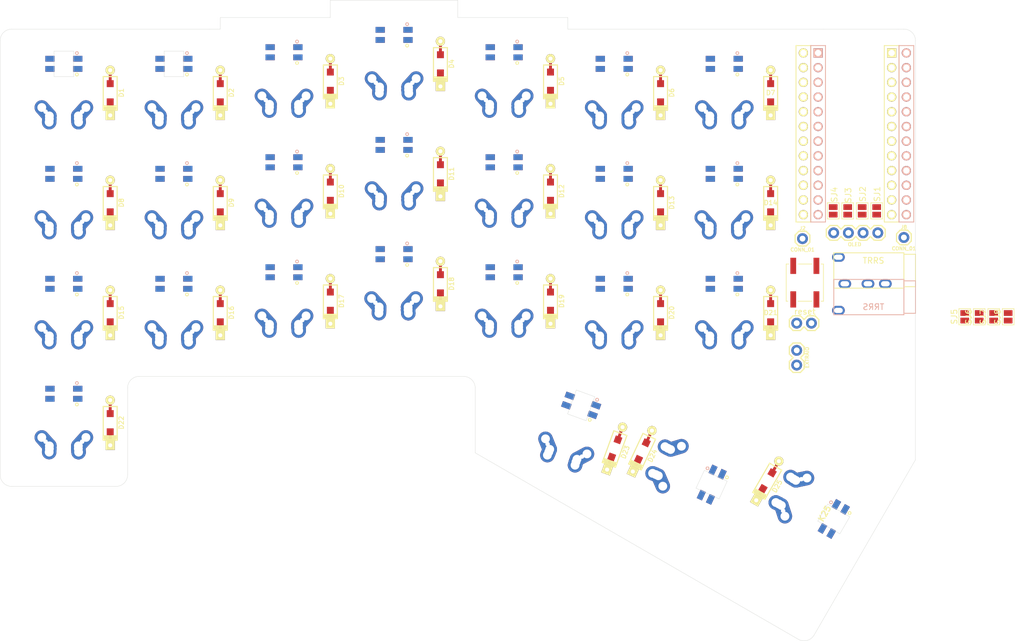
<source format=kicad_pcb>
(kicad_pcb (version 20171130) (host pcbnew 5.1.2)
  (layers (0 F.Cu signal) (31 B.Cu signal) (34 B.Paste user) (35 F.Paste user) (36 B.SilkS user) (37 F.SilkS user) (38 B.Mask user) (39 F.Mask user) (44 Edge.Cuts user))
  (net 0 "")
  (net 1 "Net-(D1-Pad2)")
  (net 2 /row0)
  (net 3 "Net-(D2-Pad2)")
  (net 4 "Net-(D3-Pad2)")
  (net 5 "Net-(D4-Pad2)")
  (net 6 "Net-(D5-Pad2)")
  (net 7 "Net-(D6-Pad2)")
  (net 8 "Net-(D7-Pad2)")
  (net 9 "Net-(D8-Pad2)")
  (net 10 /row1)
  (net 11 "Net-(D9-Pad2)")
  (net 12 "Net-(D10-Pad2)")
  (net 13 "Net-(D11-Pad2)")
  (net 14 "Net-(D12-Pad2)")
  (net 15 "Net-(D13-Pad2)")
  (net 16 "Net-(D14-Pad2)")
  (net 17 "Net-(D15-Pad2)")
  (net 18 /row2)
  (net 19 "Net-(D16-Pad2)")
  (net 20 "Net-(D17-Pad2)")
  (net 21 "Net-(D18-Pad2)")
  (net 22 "Net-(D19-Pad2)")
  (net 23 "Net-(D20-Pad2)")
  (net 24 "Net-(D21-Pad2)")
  (net 25 "Net-(D22-Pad2)")
  (net 26 /row3)
  (net 27 "Net-(D23-Pad2)")
  (net 28 "Net-(D24-Pad2)")
  (net 29 "Net-(D25-Pad2)")
  (net 30 /rst)
  (net 31 GND)
  (net 32 /pt0)
  (net 33 "Net-(J4-Pad1)")
  (net 34 "Net-(J4-Pad2)")
  (net 35 "Net-(J4-Pad3)")
  (net 36 "Net-(J4-Pad4)")
  (net 37 "Net-(J7-Pad1)")
  (net 38 "Net-(J7-Pad2)")
  (net 39 /xd0)
  (net 40 /col0)
  (net 41 /col1)
  (net 42 /col2)
  (net 43 /col3)
  (net 44 /col4)
  (net 45 /col5)
  (net 46 /col6)
  (net 47 VCC)
  (net 48 /led)
  (net 49 "Net-(L1-Pad1)")
  (net 50 "Net-(L2-Pad1)")
  (net 51 "Net-(L3-Pad1)")
  (net 52 "Net-(L4-Pad1)")
  (net 53 "Net-(L5-Pad1)")
  (net 54 "Net-(L6-Pad1)")
  (net 55 "Net-(L14-Pad3)")
  (net 56 "Net-(L15-Pad3)")
  (net 57 "Net-(L8-Pad3)")
  (net 58 "Net-(L10-Pad1)")
  (net 59 "Net-(L10-Pad3)")
  (net 60 "Net-(L11-Pad3)")
  (net 61 "Net-(L12-Pad3)")
  (net 62 "Net-(L13-Pad3)")
  (net 63 "Net-(L15-Pad1)")
  (net 64 "Net-(L16-Pad1)")
  (net 65 "Net-(L17-Pad1)")
  (net 66 "Net-(L18-Pad1)")
  (net 67 "Net-(L19-Pad1)")
  (net 68 "Net-(L20-Pad1)")
  (net 69 "Net-(L21-Pad1)")
  (net 70 "Net-(L22-Pad1)")
  (net 71 "Net-(L22-Pad3)")
  (net 72 "Net-(L23-Pad3)")
  (net 73 "Net-(L24-Pad3)")
  (net 74 /scl)
  (net 75 "Net-(U1-Pad24)")
  (net 76 /sda)
  (net 77 /serial)
  (module promicro:ProMicro-reversible (layer F.Cu) (at 204.95 55.6)
    (fp_text reference U1 hide)
    (fp_text value ProMicro)
    (pad 1 thru_hole rect (at 6.94 -13.48 90) (size 1.6 1.6) (drill 1.1) (layers *.Cu *.Mask F.SilkS) (net 48 /led))
    (pad 2 thru_hole circle (at 6.94 -10.94 90) (size 1.6 1.6) (drill 1.1) (layers *.Cu *.Mask F.SilkS) (net 77 /serial))
    (pad 3 thru_hole circle (at 6.94 -8.4 90) (size 1.6 1.6) (drill 1.1) (layers *.Cu *.Mask F.SilkS) (net 31 GND))
    (pad 4 thru_hole circle (at 6.94 -5.86 90) (size 1.6 1.6) (drill 1.1) (layers *.Cu *.Mask F.SilkS) (net 31 GND))
    (pad 5 thru_hole circle (at 6.94 -3.32 90) (size 1.6 1.6) (drill 1.1) (layers *.Cu *.Mask F.SilkS) (net 74 /scl))
    (pad 6 thru_hole circle (at 6.94 -0.78 90) (size 1.6 1.6) (drill 1.1) (layers *.Cu *.Mask F.SilkS) (net 76 /sda))
    (pad 7 thru_hole circle (at 6.94 1.76 90) (size 1.6 1.6) (drill 1.1) (layers *.Cu *.Mask F.SilkS) (net 2 /row0))
    (pad 8 thru_hole circle (at 6.94 4.3 90) (size 1.6 1.6) (drill 1.1) (layers *.Cu *.Mask F.SilkS) (net 10 /row1))
    (pad 9 thru_hole circle (at 6.94 6.84 90) (size 1.6 1.6) (drill 1.1) (layers *.Cu *.Mask F.SilkS) (net 18 /row2))
    (pad 10 thru_hole circle (at 6.94 9.38 90) (size 1.6 1.6) (drill 1.1) (layers *.Cu *.Mask F.SilkS) (net 26 /row3))
    (pad 11 thru_hole circle (at 6.94 11.92 90) (size 1.6 1.6) (drill 1.1) (layers *.Cu *.Mask F.SilkS) (net 38 "Net-(J7-Pad2)"))
    (pad 12 thru_hole circle (at 6.94 14.46 90) (size 1.6 1.6) (drill 1.1) (layers *.Cu *.Mask F.SilkS) (net 37 "Net-(J7-Pad1)"))
    (pad 13 thru_hole circle (at -8.3 14.46 90) (size 1.6 1.6) (drill 1.1) (layers *.Cu *.Mask F.SilkS) (net 39 /xd0))
    (pad 14 thru_hole circle (at -8.3 11.92 90) (size 1.6 1.6) (drill 1.1) (layers *.Cu *.Mask F.SilkS) (net 46 /col6))
    (pad 15 thru_hole circle (at -8.3 9.38 90) (size 1.6 1.6) (drill 1.1) (layers *.Cu *.Mask F.SilkS) (net 45 /col5))
    (pad 16 thru_hole circle (at -8.3 6.84 90) (size 1.6 1.6) (drill 1.1) (layers *.Cu *.Mask F.SilkS) (net 44 /col4))
    (pad 17 thru_hole circle (at -8.3 4.3 90) (size 1.6 1.6) (drill 1.1) (layers *.Cu *.Mask F.SilkS) (net 43 /col3))
    (pad 18 thru_hole circle (at -8.3 1.76 90) (size 1.6 1.6) (drill 1.1) (layers *.Cu *.Mask F.SilkS) (net 42 /col2))
    (pad 19 thru_hole circle (at -8.3 -0.78 90) (size 1.6 1.6) (drill 1.1) (layers *.Cu *.Mask F.SilkS) (net 41 /col1))
    (pad 20 thru_hole circle (at -8.3 -3.32 90) (size 1.6 1.6) (drill 1.1) (layers *.Cu *.Mask F.SilkS) (net 40 /col0))
    (pad 21 thru_hole circle (at -8.3 -5.86 90) (size 1.6 1.6) (drill 1.1) (layers *.Cu *.Mask F.SilkS) (net 47 VCC))
    (pad 22 thru_hole circle (at -8.3 -8.4 90) (size 1.6 1.6) (drill 1.1) (layers *.Cu *.Mask F.SilkS) (net 30 /rst))
    (pad 23 thru_hole circle (at -8.3 -10.94 90) (size 1.6 1.6) (drill 1.1) (layers *.Cu *.Mask F.SilkS) (net 31 GND))
    (pad 24 thru_hole circle (at -8.3 -13.48 90) (size 1.6 1.6) (drill 1.1) (layers *.Cu *.Mask F.SilkS) (net 75 "Net-(U1-Pad24)"))
    (pad 17 thru_hole circle (at 9.48 4.3 90) (size 1.6 1.6) (drill 1.1) (layers *.Cu *.Mask B.SilkS) (net 43 /col3))
    (pad 2 thru_hole circle (at -5.76 -10.94 90) (size 1.6 1.6) (drill 1.1) (layers *.Cu *.Mask B.SilkS) (net 77 /serial))
    (pad 8 thru_hole circle (at -5.76 4.3 90) (size 1.6 1.6) (drill 1.1) (layers *.Cu *.Mask B.SilkS) (net 10 /row1))
    (pad 20 thru_hole circle (at 9.48 -3.32 90) (size 1.6 1.6) (drill 1.1) (layers *.Cu *.Mask B.SilkS) (net 40 /col0))
    (pad 15 thru_hole circle (at 9.48 9.38 90) (size 1.6 1.6) (drill 1.1) (layers *.Cu *.Mask B.SilkS) (net 45 /col5))
    (pad 5 thru_hole circle (at -5.76 -3.32 90) (size 1.6 1.6) (drill 1.1) (layers *.Cu *.Mask B.SilkS) (net 74 /scl))
    (pad 19 thru_hole circle (at 9.48 -0.78 90) (size 1.6 1.6) (drill 1.1) (layers *.Cu *.Mask B.SilkS) (net 41 /col1))
    (pad 7 thru_hole circle (at -5.76 1.76 90) (size 1.6 1.6) (drill 1.1) (layers *.Cu *.Mask B.SilkS) (net 2 /row0))
    (pad 6 thru_hole circle (at -5.76 -0.78 90) (size 1.6 1.6) (drill 1.1) (layers *.Cu *.Mask B.SilkS) (net 76 /sda))
    (pad 9 thru_hole circle (at -5.76 6.84 90) (size 1.6 1.6) (drill 1.1) (layers *.Cu *.Mask B.SilkS) (net 18 /row2))
    (pad 10 thru_hole circle (at -5.76 9.38 90) (size 1.6 1.6) (drill 1.1) (layers *.Cu *.Mask B.SilkS) (net 26 /row3))
    (pad 14 thru_hole circle (at 9.48 11.92 90) (size 1.6 1.6) (drill 1.1) (layers *.Cu *.Mask B.SilkS) (net 46 /col6))
    (pad 4 thru_hole circle (at -5.76 -5.86 90) (size 1.6 1.6) (drill 1.1) (layers *.Cu *.Mask B.SilkS) (net 31 GND))
    (pad 13 thru_hole circle (at 9.48 14.46 90) (size 1.6 1.6) (drill 1.1) (layers *.Cu *.Mask B.SilkS) (net 39 /xd0))
    (pad 23 thru_hole circle (at 9.48 -10.94 90) (size 1.6 1.6) (drill 1.1) (layers *.Cu *.Mask B.SilkS) (net 31 GND))
    (pad 12 thru_hole circle (at -5.76 14.46 90) (size 1.6 1.6) (drill 1.1) (layers *.Cu *.Mask B.SilkS) (net 37 "Net-(J7-Pad1)"))
    (pad 18 thru_hole circle (at 9.48 1.76 90) (size 1.6 1.6) (drill 1.1) (layers *.Cu *.Mask B.SilkS) (net 42 /col2))
    (pad 1 thru_hole rect (at -5.76 -13.48 90) (size 1.6 1.6) (drill 1.1) (layers *.Cu *.Mask B.SilkS) (net 48 /led))
    (pad 22 thru_hole circle (at 9.48 -8.4 90) (size 1.6 1.6) (drill 1.1) (layers *.Cu *.Mask B.SilkS) (net 30 /rst))
    (pad 11 thru_hole circle (at -5.76 11.92 90) (size 1.6 1.6) (drill 1.1) (layers *.Cu *.Mask B.SilkS) (net 38 "Net-(J7-Pad2)"))
    (pad 16 thru_hole circle (at 9.48 6.84 90) (size 1.6 1.6) (drill 1.1) (layers *.Cu *.Mask B.SilkS) (net 44 /col4))
    (pad 24 thru_hole circle (at 9.48 -13.48 90) (size 1.6 1.6) (drill 1.1) (layers *.Cu *.Mask B.SilkS) (net 75 "Net-(U1-Pad24)"))
    (pad 21 thru_hole circle (at 9.48 -5.86 90) (size 1.6 1.6) (drill 1.1) (layers *.Cu *.Mask B.SilkS) (net 47 VCC))
    (pad 3 thru_hole circle (at -5.76 -8.4 90) (size 1.6 1.6) (drill 1.1) (layers *.Cu *.Mask B.SilkS) (net 31 GND))
  )
  (module keyboard_parts:D_SOD123_axial (layer F.Cu) (at 77 49 90)
    (fp_text reference D1 (at 0 1.925 90) (layer F.SilkS) (effects (font (size 0.8 0.8))))
    (fp_text value D hide)
    (pad 2 smd rect (at 2.7 0 90) (size 2.5 0.5) (layers F.Cu) (net 1 "Net-(D1-Pad2)"))
    (pad 1 smd rect (at -2.7 0 90) (size 2.5 0.5) (layers F.Cu) (net 2 /row0))
    (pad 2 thru_hole circle (at 3.9 0 90) (size 1.6 1.6) (drill 0.7) (layers *.Cu *.Mask F.SilkS) (net 1 "Net-(D1-Pad2)"))
    (pad 1 thru_hole rect (at -3.9 0 90) (size 1.6 1.6) (drill 0.7) (layers *.Cu *.Mask F.SilkS) (net 2 /row0))
    (pad 1 smd rect (at -1.575 0 90) (size 1.2 1.2) (layers F.Cu F.Paste F.Mask) (net 2 /row0))
    (pad 2 smd rect (at 1.575 0 90) (size 1.2 1.2) (layers F.Cu F.Paste F.Mask) (net 1 "Net-(D1-Pad2)"))
  )
  (module keyboard_parts:D_SOD123_axial (layer F.Cu) (at 96 49 90)
    (fp_text reference D2 (at 0 1.925 90) (layer F.SilkS) (effects (font (size 0.8 0.8))))
    (fp_text value D hide)
    (pad 2 smd rect (at 1.575 0 90) (size 1.2 1.2) (layers F.Cu F.Paste F.Mask) (net 3 "Net-(D2-Pad2)"))
    (pad 1 smd rect (at -1.575 0 90) (size 1.2 1.2) (layers F.Cu F.Paste F.Mask) (net 2 /row0))
    (pad 1 thru_hole rect (at -3.9 0 90) (size 1.6 1.6) (drill 0.7) (layers *.Cu *.Mask F.SilkS) (net 2 /row0))
    (pad 2 thru_hole circle (at 3.9 0 90) (size 1.6 1.6) (drill 0.7) (layers *.Cu *.Mask F.SilkS) (net 3 "Net-(D2-Pad2)"))
    (pad 1 smd rect (at -2.7 0 90) (size 2.5 0.5) (layers F.Cu) (net 2 /row0))
    (pad 2 smd rect (at 2.7 0 90) (size 2.5 0.5) (layers F.Cu) (net 3 "Net-(D2-Pad2)"))
  )
  (module keyboard_parts:D_SOD123_axial (layer F.Cu) (at 115 47 90)
    (fp_text reference D3 (at 0 1.925 90) (layer F.SilkS) (effects (font (size 0.8 0.8))))
    (fp_text value D hide)
    (pad 2 smd rect (at 2.7 0 90) (size 2.5 0.5) (layers F.Cu) (net 4 "Net-(D3-Pad2)"))
    (pad 1 smd rect (at -2.7 0 90) (size 2.5 0.5) (layers F.Cu) (net 2 /row0))
    (pad 2 thru_hole circle (at 3.9 0 90) (size 1.6 1.6) (drill 0.7) (layers *.Cu *.Mask F.SilkS) (net 4 "Net-(D3-Pad2)"))
    (pad 1 thru_hole rect (at -3.9 0 90) (size 1.6 1.6) (drill 0.7) (layers *.Cu *.Mask F.SilkS) (net 2 /row0))
    (pad 1 smd rect (at -1.575 0 90) (size 1.2 1.2) (layers F.Cu F.Paste F.Mask) (net 2 /row0))
    (pad 2 smd rect (at 1.575 0 90) (size 1.2 1.2) (layers F.Cu F.Paste F.Mask) (net 4 "Net-(D3-Pad2)"))
  )
  (module keyboard_parts:D_SOD123_axial (layer F.Cu) (at 134 44 90)
    (fp_text reference D4 (at 0 1.925 90) (layer F.SilkS) (effects (font (size 0.8 0.8))))
    (fp_text value D hide)
    (pad 2 smd rect (at 1.575 0 90) (size 1.2 1.2) (layers F.Cu F.Paste F.Mask) (net 5 "Net-(D4-Pad2)"))
    (pad 1 smd rect (at -1.575 0 90) (size 1.2 1.2) (layers F.Cu F.Paste F.Mask) (net 2 /row0))
    (pad 1 thru_hole rect (at -3.9 0 90) (size 1.6 1.6) (drill 0.7) (layers *.Cu *.Mask F.SilkS) (net 2 /row0))
    (pad 2 thru_hole circle (at 3.9 0 90) (size 1.6 1.6) (drill 0.7) (layers *.Cu *.Mask F.SilkS) (net 5 "Net-(D4-Pad2)"))
    (pad 1 smd rect (at -2.7 0 90) (size 2.5 0.5) (layers F.Cu) (net 2 /row0))
    (pad 2 smd rect (at 2.7 0 90) (size 2.5 0.5) (layers F.Cu) (net 5 "Net-(D4-Pad2)"))
  )
  (module keyboard_parts:D_SOD123_axial (layer F.Cu) (at 153 47 90)
    (fp_text reference D5 (at 0 1.925 90) (layer F.SilkS) (effects (font (size 0.8 0.8))))
    (fp_text value D hide)
    (pad 2 smd rect (at 2.7 0 90) (size 2.5 0.5) (layers F.Cu) (net 6 "Net-(D5-Pad2)"))
    (pad 1 smd rect (at -2.7 0 90) (size 2.5 0.5) (layers F.Cu) (net 2 /row0))
    (pad 2 thru_hole circle (at 3.9 0 90) (size 1.6 1.6) (drill 0.7) (layers *.Cu *.Mask F.SilkS) (net 6 "Net-(D5-Pad2)"))
    (pad 1 thru_hole rect (at -3.9 0 90) (size 1.6 1.6) (drill 0.7) (layers *.Cu *.Mask F.SilkS) (net 2 /row0))
    (pad 1 smd rect (at -1.575 0 90) (size 1.2 1.2) (layers F.Cu F.Paste F.Mask) (net 2 /row0))
    (pad 2 smd rect (at 1.575 0 90) (size 1.2 1.2) (layers F.Cu F.Paste F.Mask) (net 6 "Net-(D5-Pad2)"))
  )
  (module keyboard_parts:D_SOD123_axial (layer F.Cu) (at 172 49 90)
    (fp_text reference D6 (at 0 1.925 90) (layer F.SilkS) (effects (font (size 0.8 0.8))))
    (fp_text value D hide)
    (pad 2 smd rect (at 1.575 0 90) (size 1.2 1.2) (layers F.Cu F.Paste F.Mask) (net 7 "Net-(D6-Pad2)"))
    (pad 1 smd rect (at -1.575 0 90) (size 1.2 1.2) (layers F.Cu F.Paste F.Mask) (net 2 /row0))
    (pad 1 thru_hole rect (at -3.9 0 90) (size 1.6 1.6) (drill 0.7) (layers *.Cu *.Mask F.SilkS) (net 2 /row0))
    (pad 2 thru_hole circle (at 3.9 0 90) (size 1.6 1.6) (drill 0.7) (layers *.Cu *.Mask F.SilkS) (net 7 "Net-(D6-Pad2)"))
    (pad 1 smd rect (at -2.7 0 90) (size 2.5 0.5) (layers F.Cu) (net 2 /row0))
    (pad 2 smd rect (at 2.7 0 90) (size 2.5 0.5) (layers F.Cu) (net 7 "Net-(D6-Pad2)"))
  )
  (module keyboard_parts:D_SOD123_axial (layer F.Cu) (at 191 49 90)
    (fp_text reference D7 (at 0 0 180) (layer F.SilkS) (effects (font (size 0.8 0.8))))
    (fp_text value D hide)
    (pad 2 smd rect (at 2.7 0 90) (size 2.5 0.5) (layers F.Cu) (net 8 "Net-(D7-Pad2)"))
    (pad 1 smd rect (at -2.7 0 90) (size 2.5 0.5) (layers F.Cu) (net 2 /row0))
    (pad 2 thru_hole circle (at 3.9 0 90) (size 1.6 1.6) (drill 0.7) (layers *.Cu *.Mask F.SilkS) (net 8 "Net-(D7-Pad2)"))
    (pad 1 thru_hole rect (at -3.9 0 90) (size 1.6 1.6) (drill 0.7) (layers *.Cu *.Mask F.SilkS) (net 2 /row0))
    (pad 1 smd rect (at -1.575 0 90) (size 1.2 1.2) (layers F.Cu F.Paste F.Mask) (net 2 /row0))
    (pad 2 smd rect (at 1.575 0 90) (size 1.2 1.2) (layers F.Cu F.Paste F.Mask) (net 8 "Net-(D7-Pad2)"))
  )
  (module keyboard_parts:D_SOD123_axial (layer F.Cu) (at 77 68 90)
    (fp_text reference D8 (at 0 1.925 90) (layer F.SilkS) (effects (font (size 0.8 0.8))))
    (fp_text value D hide)
    (pad 2 smd rect (at 1.575 0 90) (size 1.2 1.2) (layers F.Cu F.Paste F.Mask) (net 9 "Net-(D8-Pad2)"))
    (pad 1 smd rect (at -1.575 0 90) (size 1.2 1.2) (layers F.Cu F.Paste F.Mask) (net 10 /row1))
    (pad 1 thru_hole rect (at -3.9 0 90) (size 1.6 1.6) (drill 0.7) (layers *.Cu *.Mask F.SilkS) (net 10 /row1))
    (pad 2 thru_hole circle (at 3.9 0 90) (size 1.6 1.6) (drill 0.7) (layers *.Cu *.Mask F.SilkS) (net 9 "Net-(D8-Pad2)"))
    (pad 1 smd rect (at -2.7 0 90) (size 2.5 0.5) (layers F.Cu) (net 10 /row1))
    (pad 2 smd rect (at 2.7 0 90) (size 2.5 0.5) (layers F.Cu) (net 9 "Net-(D8-Pad2)"))
  )
  (module keyboard_parts:D_SOD123_axial (layer F.Cu) (at 96 68 90)
    (fp_text reference D9 (at 0 1.925 90) (layer F.SilkS) (effects (font (size 0.8 0.8))))
    (fp_text value D hide)
    (pad 2 smd rect (at 2.7 0 90) (size 2.5 0.5) (layers F.Cu) (net 11 "Net-(D9-Pad2)"))
    (pad 1 smd rect (at -2.7 0 90) (size 2.5 0.5) (layers F.Cu) (net 10 /row1))
    (pad 2 thru_hole circle (at 3.9 0 90) (size 1.6 1.6) (drill 0.7) (layers *.Cu *.Mask F.SilkS) (net 11 "Net-(D9-Pad2)"))
    (pad 1 thru_hole rect (at -3.9 0 90) (size 1.6 1.6) (drill 0.7) (layers *.Cu *.Mask F.SilkS) (net 10 /row1))
    (pad 1 smd rect (at -1.575 0 90) (size 1.2 1.2) (layers F.Cu F.Paste F.Mask) (net 10 /row1))
    (pad 2 smd rect (at 1.575 0 90) (size 1.2 1.2) (layers F.Cu F.Paste F.Mask) (net 11 "Net-(D9-Pad2)"))
  )
  (module keyboard_parts:D_SOD123_axial (layer F.Cu) (at 115 66 90)
    (fp_text reference D10 (at 0 1.925 90) (layer F.SilkS) (effects (font (size 0.8 0.8))))
    (fp_text value D hide)
    (pad 2 smd rect (at 1.575 0 90) (size 1.2 1.2) (layers F.Cu F.Paste F.Mask) (net 12 "Net-(D10-Pad2)"))
    (pad 1 smd rect (at -1.575 0 90) (size 1.2 1.2) (layers F.Cu F.Paste F.Mask) (net 10 /row1))
    (pad 1 thru_hole rect (at -3.9 0 90) (size 1.6 1.6) (drill 0.7) (layers *.Cu *.Mask F.SilkS) (net 10 /row1))
    (pad 2 thru_hole circle (at 3.9 0 90) (size 1.6 1.6) (drill 0.7) (layers *.Cu *.Mask F.SilkS) (net 12 "Net-(D10-Pad2)"))
    (pad 1 smd rect (at -2.7 0 90) (size 2.5 0.5) (layers F.Cu) (net 10 /row1))
    (pad 2 smd rect (at 2.7 0 90) (size 2.5 0.5) (layers F.Cu) (net 12 "Net-(D10-Pad2)"))
  )
  (module keyboard_parts:D_SOD123_axial (layer F.Cu) (at 134 63 90)
    (fp_text reference D11 (at 0 1.925 90) (layer F.SilkS) (effects (font (size 0.8 0.8))))
    (fp_text value D hide)
    (pad 2 smd rect (at 1.575 0 90) (size 1.2 1.2) (layers F.Cu F.Paste F.Mask) (net 13 "Net-(D11-Pad2)"))
    (pad 1 smd rect (at -1.575 0 90) (size 1.2 1.2) (layers F.Cu F.Paste F.Mask) (net 10 /row1))
    (pad 1 thru_hole rect (at -3.9 0 90) (size 1.6 1.6) (drill 0.7) (layers *.Cu *.Mask F.SilkS) (net 10 /row1))
    (pad 2 thru_hole circle (at 3.9 0 90) (size 1.6 1.6) (drill 0.7) (layers *.Cu *.Mask F.SilkS) (net 13 "Net-(D11-Pad2)"))
    (pad 1 smd rect (at -2.7 0 90) (size 2.5 0.5) (layers F.Cu) (net 10 /row1))
    (pad 2 smd rect (at 2.7 0 90) (size 2.5 0.5) (layers F.Cu) (net 13 "Net-(D11-Pad2)"))
  )
  (module keyboard_parts:D_SOD123_axial (layer F.Cu) (at 153 66 90)
    (fp_text reference D12 (at 0 1.925 90) (layer F.SilkS) (effects (font (size 0.8 0.8))))
    (fp_text value D hide)
    (pad 2 smd rect (at 2.7 0 90) (size 2.5 0.5) (layers F.Cu) (net 14 "Net-(D12-Pad2)"))
    (pad 1 smd rect (at -2.7 0 90) (size 2.5 0.5) (layers F.Cu) (net 10 /row1))
    (pad 2 thru_hole circle (at 3.9 0 90) (size 1.6 1.6) (drill 0.7) (layers *.Cu *.Mask F.SilkS) (net 14 "Net-(D12-Pad2)"))
    (pad 1 thru_hole rect (at -3.9 0 90) (size 1.6 1.6) (drill 0.7) (layers *.Cu *.Mask F.SilkS) (net 10 /row1))
    (pad 1 smd rect (at -1.575 0 90) (size 1.2 1.2) (layers F.Cu F.Paste F.Mask) (net 10 /row1))
    (pad 2 smd rect (at 1.575 0 90) (size 1.2 1.2) (layers F.Cu F.Paste F.Mask) (net 14 "Net-(D12-Pad2)"))
  )
  (module keyboard_parts:D_SOD123_axial (layer F.Cu) (at 172 68 90)
    (fp_text reference D13 (at 0 1.925 90) (layer F.SilkS) (effects (font (size 0.8 0.8))))
    (fp_text value D hide)
    (pad 2 smd rect (at 1.575 0 90) (size 1.2 1.2) (layers F.Cu F.Paste F.Mask) (net 15 "Net-(D13-Pad2)"))
    (pad 1 smd rect (at -1.575 0 90) (size 1.2 1.2) (layers F.Cu F.Paste F.Mask) (net 10 /row1))
    (pad 1 thru_hole rect (at -3.9 0 90) (size 1.6 1.6) (drill 0.7) (layers *.Cu *.Mask F.SilkS) (net 10 /row1))
    (pad 2 thru_hole circle (at 3.9 0 90) (size 1.6 1.6) (drill 0.7) (layers *.Cu *.Mask F.SilkS) (net 15 "Net-(D13-Pad2)"))
    (pad 1 smd rect (at -2.7 0 90) (size 2.5 0.5) (layers F.Cu) (net 10 /row1))
    (pad 2 smd rect (at 2.7 0 90) (size 2.5 0.5) (layers F.Cu) (net 15 "Net-(D13-Pad2)"))
  )
  (module keyboard_parts:D_SOD123_axial (layer F.Cu) (at 191 68 90)
    (fp_text reference D14 (at 0 0 180) (layer F.SilkS) (effects (font (size 0.8 0.8))))
    (fp_text value D hide)
    (pad 2 smd rect (at 2.7 0 90) (size 2.5 0.5) (layers F.Cu) (net 16 "Net-(D14-Pad2)"))
    (pad 1 smd rect (at -2.7 0 90) (size 2.5 0.5) (layers F.Cu) (net 10 /row1))
    (pad 2 thru_hole circle (at 3.9 0 90) (size 1.6 1.6) (drill 0.7) (layers *.Cu *.Mask F.SilkS) (net 16 "Net-(D14-Pad2)"))
    (pad 1 thru_hole rect (at -3.9 0 90) (size 1.6 1.6) (drill 0.7) (layers *.Cu *.Mask F.SilkS) (net 10 /row1))
    (pad 1 smd rect (at -1.575 0 90) (size 1.2 1.2) (layers F.Cu F.Paste F.Mask) (net 10 /row1))
    (pad 2 smd rect (at 1.575 0 90) (size 1.2 1.2) (layers F.Cu F.Paste F.Mask) (net 16 "Net-(D14-Pad2)"))
  )
  (module keyboard_parts:D_SOD123_axial (layer F.Cu) (at 77 87 90)
    (fp_text reference D15 (at 0 1.925 90) (layer F.SilkS) (effects (font (size 0.8 0.8))))
    (fp_text value D hide)
    (pad 2 smd rect (at 1.575 0 90) (size 1.2 1.2) (layers F.Cu F.Paste F.Mask) (net 17 "Net-(D15-Pad2)"))
    (pad 1 smd rect (at -1.575 0 90) (size 1.2 1.2) (layers F.Cu F.Paste F.Mask) (net 18 /row2))
    (pad 1 thru_hole rect (at -3.9 0 90) (size 1.6 1.6) (drill 0.7) (layers *.Cu *.Mask F.SilkS) (net 18 /row2))
    (pad 2 thru_hole circle (at 3.9 0 90) (size 1.6 1.6) (drill 0.7) (layers *.Cu *.Mask F.SilkS) (net 17 "Net-(D15-Pad2)"))
    (pad 1 smd rect (at -2.7 0 90) (size 2.5 0.5) (layers F.Cu) (net 18 /row2))
    (pad 2 smd rect (at 2.7 0 90) (size 2.5 0.5) (layers F.Cu) (net 17 "Net-(D15-Pad2)"))
  )
  (module keyboard_parts:D_SOD123_axial (layer F.Cu) (at 96 87 90)
    (fp_text reference D16 (at 0 1.925 90) (layer F.SilkS) (effects (font (size 0.8 0.8))))
    (fp_text value D hide)
    (pad 2 smd rect (at 2.7 0 90) (size 2.5 0.5) (layers F.Cu) (net 19 "Net-(D16-Pad2)"))
    (pad 1 smd rect (at -2.7 0 90) (size 2.5 0.5) (layers F.Cu) (net 18 /row2))
    (pad 2 thru_hole circle (at 3.9 0 90) (size 1.6 1.6) (drill 0.7) (layers *.Cu *.Mask F.SilkS) (net 19 "Net-(D16-Pad2)"))
    (pad 1 thru_hole rect (at -3.9 0 90) (size 1.6 1.6) (drill 0.7) (layers *.Cu *.Mask F.SilkS) (net 18 /row2))
    (pad 1 smd rect (at -1.575 0 90) (size 1.2 1.2) (layers F.Cu F.Paste F.Mask) (net 18 /row2))
    (pad 2 smd rect (at 1.575 0 90) (size 1.2 1.2) (layers F.Cu F.Paste F.Mask) (net 19 "Net-(D16-Pad2)"))
  )
  (module keyboard_parts:D_SOD123_axial (layer F.Cu) (at 115 85 90)
    (fp_text reference D17 (at 0 1.925 90) (layer F.SilkS) (effects (font (size 0.8 0.8))))
    (fp_text value D hide)
    (pad 2 smd rect (at 1.575 0 90) (size 1.2 1.2) (layers F.Cu F.Paste F.Mask) (net 20 "Net-(D17-Pad2)"))
    (pad 1 smd rect (at -1.575 0 90) (size 1.2 1.2) (layers F.Cu F.Paste F.Mask) (net 18 /row2))
    (pad 1 thru_hole rect (at -3.9 0 90) (size 1.6 1.6) (drill 0.7) (layers *.Cu *.Mask F.SilkS) (net 18 /row2))
    (pad 2 thru_hole circle (at 3.9 0 90) (size 1.6 1.6) (drill 0.7) (layers *.Cu *.Mask F.SilkS) (net 20 "Net-(D17-Pad2)"))
    (pad 1 smd rect (at -2.7 0 90) (size 2.5 0.5) (layers F.Cu) (net 18 /row2))
    (pad 2 smd rect (at 2.7 0 90) (size 2.5 0.5) (layers F.Cu) (net 20 "Net-(D17-Pad2)"))
  )
  (module keyboard_parts:D_SOD123_axial (layer F.Cu) (at 134 82 90)
    (fp_text reference D18 (at 0 1.925 90) (layer F.SilkS) (effects (font (size 0.8 0.8))))
    (fp_text value D hide)
    (pad 2 smd rect (at 2.7 0 90) (size 2.5 0.5) (layers F.Cu) (net 21 "Net-(D18-Pad2)"))
    (pad 1 smd rect (at -2.7 0 90) (size 2.5 0.5) (layers F.Cu) (net 18 /row2))
    (pad 2 thru_hole circle (at 3.9 0 90) (size 1.6 1.6) (drill 0.7) (layers *.Cu *.Mask F.SilkS) (net 21 "Net-(D18-Pad2)"))
    (pad 1 thru_hole rect (at -3.9 0 90) (size 1.6 1.6) (drill 0.7) (layers *.Cu *.Mask F.SilkS) (net 18 /row2))
    (pad 1 smd rect (at -1.575 0 90) (size 1.2 1.2) (layers F.Cu F.Paste F.Mask) (net 18 /row2))
    (pad 2 smd rect (at 1.575 0 90) (size 1.2 1.2) (layers F.Cu F.Paste F.Mask) (net 21 "Net-(D18-Pad2)"))
  )
  (module keyboard_parts:D_SOD123_axial (layer F.Cu) (at 153 85 90)
    (fp_text reference D19 (at 0 1.925 90) (layer F.SilkS) (effects (font (size 0.8 0.8))))
    (fp_text value D hide)
    (pad 2 smd rect (at 1.575 0 90) (size 1.2 1.2) (layers F.Cu F.Paste F.Mask) (net 22 "Net-(D19-Pad2)"))
    (pad 1 smd rect (at -1.575 0 90) (size 1.2 1.2) (layers F.Cu F.Paste F.Mask) (net 18 /row2))
    (pad 1 thru_hole rect (at -3.9 0 90) (size 1.6 1.6) (drill 0.7) (layers *.Cu *.Mask F.SilkS) (net 18 /row2))
    (pad 2 thru_hole circle (at 3.9 0 90) (size 1.6 1.6) (drill 0.7) (layers *.Cu *.Mask F.SilkS) (net 22 "Net-(D19-Pad2)"))
    (pad 1 smd rect (at -2.7 0 90) (size 2.5 0.5) (layers F.Cu) (net 18 /row2))
    (pad 2 smd rect (at 2.7 0 90) (size 2.5 0.5) (layers F.Cu) (net 22 "Net-(D19-Pad2)"))
  )
  (module keyboard_parts:D_SOD123_axial (layer F.Cu) (at 172 87 90)
    (fp_text reference D20 (at 0 1.925 90) (layer F.SilkS) (effects (font (size 0.8 0.8))))
    (fp_text value D hide)
    (pad 2 smd rect (at 2.7 0 90) (size 2.5 0.5) (layers F.Cu) (net 23 "Net-(D20-Pad2)"))
    (pad 1 smd rect (at -2.7 0 90) (size 2.5 0.5) (layers F.Cu) (net 18 /row2))
    (pad 2 thru_hole circle (at 3.9 0 90) (size 1.6 1.6) (drill 0.7) (layers *.Cu *.Mask F.SilkS) (net 23 "Net-(D20-Pad2)"))
    (pad 1 thru_hole rect (at -3.9 0 90) (size 1.6 1.6) (drill 0.7) (layers *.Cu *.Mask F.SilkS) (net 18 /row2))
    (pad 1 smd rect (at -1.575 0 90) (size 1.2 1.2) (layers F.Cu F.Paste F.Mask) (net 18 /row2))
    (pad 2 smd rect (at 1.575 0 90) (size 1.2 1.2) (layers F.Cu F.Paste F.Mask) (net 23 "Net-(D20-Pad2)"))
  )
  (module keyboard_parts:D_SOD123_axial (layer F.Cu) (at 191 87 90)
    (fp_text reference D21 (at 0 0 180) (layer F.SilkS) (effects (font (size 0.8 0.8))))
    (fp_text value D hide)
    (pad 2 smd rect (at 1.575 0 90) (size 1.2 1.2) (layers F.Cu F.Paste F.Mask) (net 24 "Net-(D21-Pad2)"))
    (pad 1 smd rect (at -1.575 0 90) (size 1.2 1.2) (layers F.Cu F.Paste F.Mask) (net 18 /row2))
    (pad 1 thru_hole rect (at -3.9 0 90) (size 1.6 1.6) (drill 0.7) (layers *.Cu *.Mask F.SilkS) (net 18 /row2))
    (pad 2 thru_hole circle (at 3.9 0 90) (size 1.6 1.6) (drill 0.7) (layers *.Cu *.Mask F.SilkS) (net 24 "Net-(D21-Pad2)"))
    (pad 1 smd rect (at -2.7 0 90) (size 2.5 0.5) (layers F.Cu) (net 18 /row2))
    (pad 2 smd rect (at 2.7 0 90) (size 2.5 0.5) (layers F.Cu) (net 24 "Net-(D21-Pad2)"))
  )
  (module keyboard_parts:D_SOD123_axial (layer F.Cu) (at 77 106 90)
    (fp_text reference D22 (at 0 1.925 90) (layer F.SilkS) (effects (font (size 0.8 0.8))))
    (fp_text value D hide)
    (pad 2 smd rect (at 2.7 0 90) (size 2.5 0.5) (layers F.Cu) (net 25 "Net-(D22-Pad2)"))
    (pad 1 smd rect (at -2.7 0 90) (size 2.5 0.5) (layers F.Cu) (net 26 /row3))
    (pad 2 thru_hole circle (at 3.9 0 90) (size 1.6 1.6) (drill 0.7) (layers *.Cu *.Mask F.SilkS) (net 25 "Net-(D22-Pad2)"))
    (pad 1 thru_hole rect (at -3.9 0 90) (size 1.6 1.6) (drill 0.7) (layers *.Cu *.Mask F.SilkS) (net 26 /row3))
    (pad 1 smd rect (at -1.575 0 90) (size 1.2 1.2) (layers F.Cu F.Paste F.Mask) (net 26 /row3))
    (pad 2 smd rect (at 1.575 0 90) (size 1.2 1.2) (layers F.Cu F.Paste F.Mask) (net 25 "Net-(D22-Pad2)"))
  )
  (module keyboard_parts:D_SOD123_axial (layer F.Cu) (at 168.860592 110.895916 65)
    (fp_text reference D24 (at 0 1.925 65) (layer F.SilkS) (effects (font (size 0.8 0.8))))
    (fp_text value D hide)
    (pad 2 smd rect (at 2.7 0 65) (size 2.5 0.5) (layers F.Cu) (net 28 "Net-(D24-Pad2)"))
    (pad 1 smd rect (at -2.7 0 65) (size 2.5 0.5) (layers F.Cu) (net 26 /row3))
    (pad 2 thru_hole circle (at 3.9 0 65) (size 1.6 1.6) (drill 0.7) (layers *.Cu *.Mask F.SilkS) (net 28 "Net-(D24-Pad2)"))
    (pad 1 thru_hole rect (at -3.9 0 65) (size 1.6 1.6) (drill 0.7) (layers *.Cu *.Mask F.SilkS) (net 26 /row3))
    (pad 1 smd rect (at -1.575 0 65) (size 1.2 1.2) (layers F.Cu F.Paste F.Mask) (net 26 /row3))
    (pad 2 smd rect (at 1.575 0 65) (size 1.2 1.2) (layers F.Cu F.Paste F.Mask) (net 28 "Net-(D24-Pad2)"))
  )
  (module keyboard_parts:D_SOD123_axial (layer F.Cu) (at 190.465795 116.0224 60)
    (fp_text reference D25 (at 0 1.925 60) (layer F.SilkS) (effects (font (size 0.8 0.8))))
    (fp_text value D hide)
    (pad 2 smd rect (at 1.575 0 60) (size 1.2 1.2) (layers F.Cu F.Paste F.Mask) (net 29 "Net-(D25-Pad2)"))
    (pad 1 smd rect (at -1.575 0 60) (size 1.2 1.2) (layers F.Cu F.Paste F.Mask) (net 26 /row3))
    (pad 1 thru_hole rect (at -3.9 0 60) (size 1.6 1.6) (drill 0.7) (layers *.Cu *.Mask F.SilkS) (net 26 /row3))
    (pad 2 thru_hole circle (at 3.9 0 60) (size 1.6 1.6) (drill 0.7) (layers *.Cu *.Mask F.SilkS) (net 29 "Net-(D25-Pad2)"))
    (pad 1 smd rect (at -2.7 0 60) (size 2.5 0.5) (layers F.Cu) (net 26 /row3))
    (pad 2 smd rect (at 2.7 0 60) (size 2.5 0.5) (layers F.Cu) (net 29 "Net-(D25-Pad2)"))
  )
  (module Connectors:1X02 (layer F.Cu) (at 195.5 88.8)
    (fp_text reference J1 hide)
    (fp_text value "RESET HEADER" hide)
    (pad 2 thru_hole circle (at 2.54 0) (size 1.8796 1.8796) (drill 1.016) (layers *.Cu *.Mask) (net 30 /rst))
    (pad 1 thru_hole circle (at 0 0) (size 1.8796 1.8796) (drill 1.016) (layers *.Cu *.Mask) (net 31 GND))
  )
  (module Connectors:1X01 (layer F.Cu) (at 196.5 74.2)
    (fp_text reference J2 (at 0 -1.778) (layer F.SilkS) (effects (font (size 0.6096 0.6096) (thickness 0.127))))
    (fp_text value CONN_01 (at 0 1.905) (layer F.SilkS) (effects (font (size 0.6096 0.6096) (thickness 0.127))))
    (pad 1 thru_hole circle (at 0 0) (size 1.8796 1.8796) (drill 1.016) (layers *.Cu *.Mask) (net 32 /pt0))
  )
  (module Keebio-Parts:TRRS-PJ-320A-dual (layer F.Cu) (at 214 82 270)
    (fp_text reference J3)
    (fp_text value TRRS)
    (fp_text user TRRS (at 4 5.25 180) (layer B.SilkS) (effects (justify mirror)))
    (fp_text user TRRS (at -4 5.25) (layer F.SilkS))
    (pad "" np_thru_hole circle (at 2.3 8.6 270) (size 1.5 1.5) (drill 1.5) (layers *.Cu *.Mask))
    (pad "" np_thru_hole circle (at 2.3 1.6 270) (size 1.5 1.5) (drill 1.5) (layers *.Cu *.Mask))
    (pad 1 thru_hole oval (at 4.6 11.3 270) (size 1.6 2.2) (drill oval 0.9 1.5) (layers *.Cu *.Mask) (net 47 VCC))
    (pad 1 thru_hole oval (at -4.6 11.3 270) (size 1.6 2.2) (drill oval 0.9 1.5) (layers *.Cu *.Mask) (net 47 VCC))
    (pad 2 thru_hole oval (at 0 10.2 270) (size 1.6 2.2) (drill oval 0.9 1.5) (layers *.Cu *.Mask) (net 77 /serial))
    (pad 4 thru_hole oval (at 0 3.2 270) (size 1.6 2.2) (drill oval 0.9 1.5) (layers *.Cu *.Mask) (net 31 GND))
    (pad "" np_thru_hole circle (at -2.3 8.6 270) (size 1.5 1.5) (drill 1.5) (layers *.Cu *.Mask))
    (pad "" np_thru_hole circle (at -2.3 1.6 270) (size 1.5 1.5) (drill 1.5) (layers *.Cu *.Mask))
    (pad 3 thru_hole oval (at 0 6.2 270) (size 1.6 2.2) (drill oval 0.9 1.5) (layers *.Cu *.Mask) (net 32 /pt0))
  )
  (module Connectors:1X04 (layer F.Cu) (at 209.5 73.2 180)
    (fp_text reference J4 hide)
    (fp_text value OLED (at 4 -2) (layer F.SilkS) (effects (font (size 0.6096 0.6096) (thickness 0.127))))
    (pad 1 thru_hole circle (at 0 0 180) (size 1.8796 1.8796) (drill 1.016) (layers *.Cu *.Mask) (net 33 "Net-(J4-Pad1)"))
    (pad 2 thru_hole circle (at 2.54 0 180) (size 1.8796 1.8796) (drill 1.016) (layers *.Cu *.Mask) (net 34 "Net-(J4-Pad2)"))
    (pad 3 thru_hole circle (at 5.08 0 180) (size 1.8796 1.8796) (drill 1.016) (layers *.Cu *.Mask) (net 35 "Net-(J4-Pad3)"))
    (pad 4 thru_hole circle (at 7.62 0 180) (size 1.8796 1.8796) (drill 1.016) (layers *.Cu *.Mask) (net 36 "Net-(J4-Pad4)"))
  )
  (module Connectors:1X02 (layer F.Cu) (at 195.5 96.04 90)
    (fp_text reference J7 hide)
    (fp_text value EXTRAIO (at 1.3 1.8 90) (layer F.SilkS) (effects (font (size 0.6096 0.6096) (thickness 0.127))))
    (pad 1 thru_hole circle (at 0 0 90) (size 1.8796 1.8796) (drill 1.016) (layers *.Cu *.Mask) (net 37 "Net-(J7-Pad1)"))
    (pad 2 thru_hole circle (at 2.54 0 90) (size 1.8796 1.8796) (drill 1.016) (layers *.Cu *.Mask) (net 38 "Net-(J7-Pad2)"))
  )
  (module Connectors:1X01 (layer F.Cu) (at 214 74)
    (fp_text reference J8 (at 0 -1.778) (layer F.SilkS) (effects (font (size 0.6096 0.6096) (thickness 0.127))))
    (fp_text value CONN_01 (at 0 1.905) (layer F.SilkS) (effects (font (size 0.6096 0.6096) (thickness 0.127))))
    (pad 1 thru_hole circle (at 0 0) (size 1.8796 1.8796) (drill 1.016) (layers *.Cu *.Mask) (net 39 /xd0))
  )
  (module Keebio-Parts:Hybrid_PCB_100H_Dual_hole-nosilk (layer F.Cu) (at 69 49 180)
    (fp_text reference K1)
    (fp_text value KEYSW hide)
    (pad 1 thru_hole circle (at -2.54 -5.08 150.9) (size 2.5 2.5) (drill 1.524) (layers *.Cu F.Mask) (net 40 /col0))
    (pad 1 thru_hole circle (at -2.5 -4.5 150.9) (size 2.5 2.5) (drill 1.524) (layers *.Cu F.Mask) (net 40 /col0))
    (pad 1 thru_hole oval (at -2.52 -4.79 183.9) (size 2.5 3.081378) (drill 0.762) (layers *.Cu F.Mask) (net 40 /col0))
    (pad 2 thru_hole circle (at 3.81 -2.54 150.9) (size 2 2) (drill 1.524) (layers *.Cu F.Mask) (net 1 "Net-(D1-Pad2)"))
    (pad 2 thru_hole circle (at 2.5 -4 180) (size 2.5 2.5) (drill 1.524) (layers *.Cu *.Mask) (net 1 "Net-(D1-Pad2)"))
    (pad 1 thru_hole oval (at -3.155 -3.27 318.1) (size 2.5 4.461556) (drill 0.762) (layers *.Cu B.Mask) (net 40 /col0))
    (pad 2 thru_hole oval (at 3.155 -3.27 41.9) (size 2.5 4.461556) (drill 0.762) (layers *.Cu F.Mask) (net 1 "Net-(D1-Pad2)"))
    (pad 1 thru_hole circle (at -3.81 -2.54 150.9) (size 2 2) (drill 1.524) (layers *.Cu B.Mask) (net 40 /col0))
    (pad HOLE np_thru_hole circle (at 5.08 0 180) (size 1.8 1.8) (drill 1.8) (layers *.Cu *.Mask))
    (pad HOLE np_thru_hole circle (at -5.08 0 180) (size 1.8 1.8) (drill 1.8) (layers *.Cu *.Mask))
    (pad HOLE np_thru_hole circle (at 0 0 180) (size 3.9878 3.9878) (drill 3.9878) (layers *.Cu *.Mask))
    (pad 1 thru_hole circle (at -2.5 -4 150.9) (size 2.5 2.5) (drill 1.524) (layers *.Cu *.Mask) (net 40 /col0))
    (pad 2 thru_hole circle (at 2.54 -5.08 150.9) (size 2 2) (drill 1.524) (layers *.Cu B.Mask) (net 1 "Net-(D1-Pad2)"))
    (pad 2 thru_hole circle (at 2.5 -4.5 150.9) (size 2 2) (drill 1.524) (layers *.Cu B.Mask) (net 1 "Net-(D1-Pad2)"))
    (pad 2 thru_hole oval (at 2.52 -4.79 176.1) (size 2.5 3.081378) (drill 0.762) (layers *.Cu B.Mask) (net 1 "Net-(D1-Pad2)"))
  )
  (module Keebio-Parts:Hybrid_PCB_100H_Dual_hole-nosilk (layer F.Cu) (at 88 49 180)
    (fp_text reference K2)
    (fp_text value KEYSW hide)
    (pad 2 thru_hole oval (at 2.52 -4.79 176.1) (size 2.5 3.081378) (drill 0.762) (layers *.Cu B.Mask) (net 3 "Net-(D2-Pad2)"))
    (pad 2 thru_hole circle (at 2.5 -4.5 150.9) (size 2 2) (drill 1.524) (layers *.Cu B.Mask) (net 3 "Net-(D2-Pad2)"))
    (pad 2 thru_hole circle (at 2.54 -5.08 150.9) (size 2 2) (drill 1.524) (layers *.Cu B.Mask) (net 3 "Net-(D2-Pad2)"))
    (pad 1 thru_hole circle (at -2.5 -4 150.9) (size 2.5 2.5) (drill 1.524) (layers *.Cu *.Mask) (net 41 /col1))
    (pad HOLE np_thru_hole circle (at 0 0 180) (size 3.9878 3.9878) (drill 3.9878) (layers *.Cu *.Mask))
    (pad HOLE np_thru_hole circle (at -5.08 0 180) (size 1.8 1.8) (drill 1.8) (layers *.Cu *.Mask))
    (pad HOLE np_thru_hole circle (at 5.08 0 180) (size 1.8 1.8) (drill 1.8) (layers *.Cu *.Mask))
    (pad 1 thru_hole circle (at -3.81 -2.54 150.9) (size 2 2) (drill 1.524) (layers *.Cu B.Mask) (net 41 /col1))
    (pad 2 thru_hole oval (at 3.155 -3.27 41.9) (size 2.5 4.461556) (drill 0.762) (layers *.Cu F.Mask) (net 3 "Net-(D2-Pad2)"))
    (pad 1 thru_hole oval (at -3.155 -3.27 318.1) (size 2.5 4.461556) (drill 0.762) (layers *.Cu B.Mask) (net 41 /col1))
    (pad 2 thru_hole circle (at 2.5 -4 180) (size 2.5 2.5) (drill 1.524) (layers *.Cu *.Mask) (net 3 "Net-(D2-Pad2)"))
    (pad 2 thru_hole circle (at 3.81 -2.54 150.9) (size 2 2) (drill 1.524) (layers *.Cu F.Mask) (net 3 "Net-(D2-Pad2)"))
    (pad 1 thru_hole oval (at -2.52 -4.79 183.9) (size 2.5 3.081378) (drill 0.762) (layers *.Cu F.Mask) (net 41 /col1))
    (pad 1 thru_hole circle (at -2.5 -4.5 150.9) (size 2.5 2.5) (drill 1.524) (layers *.Cu F.Mask) (net 41 /col1))
    (pad 1 thru_hole circle (at -2.54 -5.08 150.9) (size 2.5 2.5) (drill 1.524) (layers *.Cu F.Mask) (net 41 /col1))
  )
  (module Keebio-Parts:Hybrid_PCB_100H_Dual_hole-nosilk (layer F.Cu) (at 107 47 180)
    (fp_text reference K3)
    (fp_text value KEYSW hide)
    (pad 2 thru_hole oval (at 2.52 -4.79 176.1) (size 2.5 3.081378) (drill 0.762) (layers *.Cu B.Mask) (net 4 "Net-(D3-Pad2)"))
    (pad 2 thru_hole circle (at 2.5 -4.5 150.9) (size 2 2) (drill 1.524) (layers *.Cu B.Mask) (net 4 "Net-(D3-Pad2)"))
    (pad 2 thru_hole circle (at 2.54 -5.08 150.9) (size 2 2) (drill 1.524) (layers *.Cu B.Mask) (net 4 "Net-(D3-Pad2)"))
    (pad 1 thru_hole circle (at -2.5 -4 150.9) (size 2.5 2.5) (drill 1.524) (layers *.Cu *.Mask) (net 42 /col2))
    (pad HOLE np_thru_hole circle (at 0 0 180) (size 3.9878 3.9878) (drill 3.9878) (layers *.Cu *.Mask))
    (pad HOLE np_thru_hole circle (at -5.08 0 180) (size 1.8 1.8) (drill 1.8) (layers *.Cu *.Mask))
    (pad HOLE np_thru_hole circle (at 5.08 0 180) (size 1.8 1.8) (drill 1.8) (layers *.Cu *.Mask))
    (pad 1 thru_hole circle (at -3.81 -2.54 150.9) (size 2 2) (drill 1.524) (layers *.Cu B.Mask) (net 42 /col2))
    (pad 2 thru_hole oval (at 3.155 -3.27 41.9) (size 2.5 4.461556) (drill 0.762) (layers *.Cu F.Mask) (net 4 "Net-(D3-Pad2)"))
    (pad 1 thru_hole oval (at -3.155 -3.27 318.1) (size 2.5 4.461556) (drill 0.762) (layers *.Cu B.Mask) (net 42 /col2))
    (pad 2 thru_hole circle (at 2.5 -4 180) (size 2.5 2.5) (drill 1.524) (layers *.Cu *.Mask) (net 4 "Net-(D3-Pad2)"))
    (pad 2 thru_hole circle (at 3.81 -2.54 150.9) (size 2 2) (drill 1.524) (layers *.Cu F.Mask) (net 4 "Net-(D3-Pad2)"))
    (pad 1 thru_hole oval (at -2.52 -4.79 183.9) (size 2.5 3.081378) (drill 0.762) (layers *.Cu F.Mask) (net 42 /col2))
    (pad 1 thru_hole circle (at -2.5 -4.5 150.9) (size 2.5 2.5) (drill 1.524) (layers *.Cu F.Mask) (net 42 /col2))
    (pad 1 thru_hole circle (at -2.54 -5.08 150.9) (size 2.5 2.5) (drill 1.524) (layers *.Cu F.Mask) (net 42 /col2))
  )
  (module Keebio-Parts:Hybrid_PCB_100H_Dual_hole-nosilk (layer F.Cu) (at 126 44 180)
    (fp_text reference K4)
    (fp_text value KEYSW hide)
    (pad 1 thru_hole circle (at -2.54 -5.08 150.9) (size 2.5 2.5) (drill 1.524) (layers *.Cu F.Mask) (net 43 /col3))
    (pad 1 thru_hole circle (at -2.5 -4.5 150.9) (size 2.5 2.5) (drill 1.524) (layers *.Cu F.Mask) (net 43 /col3))
    (pad 1 thru_hole oval (at -2.52 -4.79 183.9) (size 2.5 3.081378) (drill 0.762) (layers *.Cu F.Mask) (net 43 /col3))
    (pad 2 thru_hole circle (at 3.81 -2.54 150.9) (size 2 2) (drill 1.524) (layers *.Cu F.Mask) (net 5 "Net-(D4-Pad2)"))
    (pad 2 thru_hole circle (at 2.5 -4 180) (size 2.5 2.5) (drill 1.524) (layers *.Cu *.Mask) (net 5 "Net-(D4-Pad2)"))
    (pad 1 thru_hole oval (at -3.155 -3.27 318.1) (size 2.5 4.461556) (drill 0.762) (layers *.Cu B.Mask) (net 43 /col3))
    (pad 2 thru_hole oval (at 3.155 -3.27 41.9) (size 2.5 4.461556) (drill 0.762) (layers *.Cu F.Mask) (net 5 "Net-(D4-Pad2)"))
    (pad 1 thru_hole circle (at -3.81 -2.54 150.9) (size 2 2) (drill 1.524) (layers *.Cu B.Mask) (net 43 /col3))
    (pad HOLE np_thru_hole circle (at 5.08 0 180) (size 1.8 1.8) (drill 1.8) (layers *.Cu *.Mask))
    (pad HOLE np_thru_hole circle (at -5.08 0 180) (size 1.8 1.8) (drill 1.8) (layers *.Cu *.Mask))
    (pad HOLE np_thru_hole circle (at 0 0 180) (size 3.9878 3.9878) (drill 3.9878) (layers *.Cu *.Mask))
    (pad 1 thru_hole circle (at -2.5 -4 150.9) (size 2.5 2.5) (drill 1.524) (layers *.Cu *.Mask) (net 43 /col3))
    (pad 2 thru_hole circle (at 2.54 -5.08 150.9) (size 2 2) (drill 1.524) (layers *.Cu B.Mask) (net 5 "Net-(D4-Pad2)"))
    (pad 2 thru_hole circle (at 2.5 -4.5 150.9) (size 2 2) (drill 1.524) (layers *.Cu B.Mask) (net 5 "Net-(D4-Pad2)"))
    (pad 2 thru_hole oval (at 2.52 -4.79 176.1) (size 2.5 3.081378) (drill 0.762) (layers *.Cu B.Mask) (net 5 "Net-(D4-Pad2)"))
  )
  (module Keebio-Parts:Hybrid_PCB_100H_Dual_hole-nosilk (layer F.Cu) (at 145 47 180)
    (fp_text reference K5)
    (fp_text value KEYSW hide)
    (pad 2 thru_hole oval (at 2.52 -4.79 176.1) (size 2.5 3.081378) (drill 0.762) (layers *.Cu B.Mask) (net 6 "Net-(D5-Pad2)"))
    (pad 2 thru_hole circle (at 2.5 -4.5 150.9) (size 2 2) (drill 1.524) (layers *.Cu B.Mask) (net 6 "Net-(D5-Pad2)"))
    (pad 2 thru_hole circle (at 2.54 -5.08 150.9) (size 2 2) (drill 1.524) (layers *.Cu B.Mask) (net 6 "Net-(D5-Pad2)"))
    (pad 1 thru_hole circle (at -2.5 -4 150.9) (size 2.5 2.5) (drill 1.524) (layers *.Cu *.Mask) (net 44 /col4))
    (pad HOLE np_thru_hole circle (at 0 0 180) (size 3.9878 3.9878) (drill 3.9878) (layers *.Cu *.Mask))
    (pad HOLE np_thru_hole circle (at -5.08 0 180) (size 1.8 1.8) (drill 1.8) (layers *.Cu *.Mask))
    (pad HOLE np_thru_hole circle (at 5.08 0 180) (size 1.8 1.8) (drill 1.8) (layers *.Cu *.Mask))
    (pad 1 thru_hole circle (at -3.81 -2.54 150.9) (size 2 2) (drill 1.524) (layers *.Cu B.Mask) (net 44 /col4))
    (pad 2 thru_hole oval (at 3.155 -3.27 41.9) (size 2.5 4.461556) (drill 0.762) (layers *.Cu F.Mask) (net 6 "Net-(D5-Pad2)"))
    (pad 1 thru_hole oval (at -3.155 -3.27 318.1) (size 2.5 4.461556) (drill 0.762) (layers *.Cu B.Mask) (net 44 /col4))
    (pad 2 thru_hole circle (at 2.5 -4 180) (size 2.5 2.5) (drill 1.524) (layers *.Cu *.Mask) (net 6 "Net-(D5-Pad2)"))
    (pad 2 thru_hole circle (at 3.81 -2.54 150.9) (size 2 2) (drill 1.524) (layers *.Cu F.Mask) (net 6 "Net-(D5-Pad2)"))
    (pad 1 thru_hole oval (at -2.52 -4.79 183.9) (size 2.5 3.081378) (drill 0.762) (layers *.Cu F.Mask) (net 44 /col4))
    (pad 1 thru_hole circle (at -2.5 -4.5 150.9) (size 2.5 2.5) (drill 1.524) (layers *.Cu F.Mask) (net 44 /col4))
    (pad 1 thru_hole circle (at -2.54 -5.08 150.9) (size 2.5 2.5) (drill 1.524) (layers *.Cu F.Mask) (net 44 /col4))
  )
  (module Keebio-Parts:Hybrid_PCB_100H_Dual_hole-nosilk (layer F.Cu) (at 164 49 180)
    (fp_text reference K6)
    (fp_text value KEYSW hide)
    (pad 2 thru_hole oval (at 2.52 -4.79 176.1) (size 2.5 3.081378) (drill 0.762) (layers *.Cu B.Mask) (net 7 "Net-(D6-Pad2)"))
    (pad 2 thru_hole circle (at 2.5 -4.5 150.9) (size 2 2) (drill 1.524) (layers *.Cu B.Mask) (net 7 "Net-(D6-Pad2)"))
    (pad 2 thru_hole circle (at 2.54 -5.08 150.9) (size 2 2) (drill 1.524) (layers *.Cu B.Mask) (net 7 "Net-(D6-Pad2)"))
    (pad 1 thru_hole circle (at -2.5 -4 150.9) (size 2.5 2.5) (drill 1.524) (layers *.Cu *.Mask) (net 45 /col5))
    (pad HOLE np_thru_hole circle (at 0 0 180) (size 3.9878 3.9878) (drill 3.9878) (layers *.Cu *.Mask))
    (pad HOLE np_thru_hole circle (at -5.08 0 180) (size 1.8 1.8) (drill 1.8) (layers *.Cu *.Mask))
    (pad HOLE np_thru_hole circle (at 5.08 0 180) (size 1.8 1.8) (drill 1.8) (layers *.Cu *.Mask))
    (pad 1 thru_hole circle (at -3.81 -2.54 150.9) (size 2 2) (drill 1.524) (layers *.Cu B.Mask) (net 45 /col5))
    (pad 2 thru_hole oval (at 3.155 -3.27 41.9) (size 2.5 4.461556) (drill 0.762) (layers *.Cu F.Mask) (net 7 "Net-(D6-Pad2)"))
    (pad 1 thru_hole oval (at -3.155 -3.27 318.1) (size 2.5 4.461556) (drill 0.762) (layers *.Cu B.Mask) (net 45 /col5))
    (pad 2 thru_hole circle (at 2.5 -4 180) (size 2.5 2.5) (drill 1.524) (layers *.Cu *.Mask) (net 7 "Net-(D6-Pad2)"))
    (pad 2 thru_hole circle (at 3.81 -2.54 150.9) (size 2 2) (drill 1.524) (layers *.Cu F.Mask) (net 7 "Net-(D6-Pad2)"))
    (pad 1 thru_hole oval (at -2.52 -4.79 183.9) (size 2.5 3.081378) (drill 0.762) (layers *.Cu F.Mask) (net 45 /col5))
    (pad 1 thru_hole circle (at -2.5 -4.5 150.9) (size 2.5 2.5) (drill 1.524) (layers *.Cu F.Mask) (net 45 /col5))
    (pad 1 thru_hole circle (at -2.54 -5.08 150.9) (size 2.5 2.5) (drill 1.524) (layers *.Cu F.Mask) (net 45 /col5))
  )
  (module Keebio-Parts:Hybrid_PCB_100H_Dual_hole-nosilk (layer F.Cu) (at 183 49 180)
    (fp_text reference K7)
    (fp_text value KEYSW hide)
    (pad 1 thru_hole circle (at -2.54 -5.08 150.9) (size 2.5 2.5) (drill 1.524) (layers *.Cu F.Mask) (net 46 /col6))
    (pad 1 thru_hole circle (at -2.5 -4.5 150.9) (size 2.5 2.5) (drill 1.524) (layers *.Cu F.Mask) (net 46 /col6))
    (pad 1 thru_hole oval (at -2.52 -4.79 183.9) (size 2.5 3.081378) (drill 0.762) (layers *.Cu F.Mask) (net 46 /col6))
    (pad 2 thru_hole circle (at 3.81 -2.54 150.9) (size 2 2) (drill 1.524) (layers *.Cu F.Mask) (net 8 "Net-(D7-Pad2)"))
    (pad 2 thru_hole circle (at 2.5 -4 180) (size 2.5 2.5) (drill 1.524) (layers *.Cu *.Mask) (net 8 "Net-(D7-Pad2)"))
    (pad 1 thru_hole oval (at -3.155 -3.27 318.1) (size 2.5 4.461556) (drill 0.762) (layers *.Cu B.Mask) (net 46 /col6))
    (pad 2 thru_hole oval (at 3.155 -3.27 41.9) (size 2.5 4.461556) (drill 0.762) (layers *.Cu F.Mask) (net 8 "Net-(D7-Pad2)"))
    (pad 1 thru_hole circle (at -3.81 -2.54 150.9) (size 2 2) (drill 1.524) (layers *.Cu B.Mask) (net 46 /col6))
    (pad HOLE np_thru_hole circle (at 5.08 0 180) (size 1.8 1.8) (drill 1.8) (layers *.Cu *.Mask))
    (pad HOLE np_thru_hole circle (at -5.08 0 180) (size 1.8 1.8) (drill 1.8) (layers *.Cu *.Mask))
    (pad HOLE np_thru_hole circle (at 0 0 180) (size 3.9878 3.9878) (drill 3.9878) (layers *.Cu *.Mask))
    (pad 1 thru_hole circle (at -2.5 -4 150.9) (size 2.5 2.5) (drill 1.524) (layers *.Cu *.Mask) (net 46 /col6))
    (pad 2 thru_hole circle (at 2.54 -5.08 150.9) (size 2 2) (drill 1.524) (layers *.Cu B.Mask) (net 8 "Net-(D7-Pad2)"))
    (pad 2 thru_hole circle (at 2.5 -4.5 150.9) (size 2 2) (drill 1.524) (layers *.Cu B.Mask) (net 8 "Net-(D7-Pad2)"))
    (pad 2 thru_hole oval (at 2.52 -4.79 176.1) (size 2.5 3.081378) (drill 0.762) (layers *.Cu B.Mask) (net 8 "Net-(D7-Pad2)"))
  )
  (module Keebio-Parts:Hybrid_PCB_100H_Dual_hole-nosilk (layer F.Cu) (at 69 68 180)
    (fp_text reference K8)
    (fp_text value KEYSW hide)
    (pad 2 thru_hole oval (at 2.52 -4.79 176.1) (size 2.5 3.081378) (drill 0.762) (layers *.Cu B.Mask) (net 9 "Net-(D8-Pad2)"))
    (pad 2 thru_hole circle (at 2.5 -4.5 150.9) (size 2 2) (drill 1.524) (layers *.Cu B.Mask) (net 9 "Net-(D8-Pad2)"))
    (pad 2 thru_hole circle (at 2.54 -5.08 150.9) (size 2 2) (drill 1.524) (layers *.Cu B.Mask) (net 9 "Net-(D8-Pad2)"))
    (pad 1 thru_hole circle (at -2.5 -4 150.9) (size 2.5 2.5) (drill 1.524) (layers *.Cu *.Mask) (net 40 /col0))
    (pad HOLE np_thru_hole circle (at 0 0 180) (size 3.9878 3.9878) (drill 3.9878) (layers *.Cu *.Mask))
    (pad HOLE np_thru_hole circle (at -5.08 0 180) (size 1.8 1.8) (drill 1.8) (layers *.Cu *.Mask))
    (pad HOLE np_thru_hole circle (at 5.08 0 180) (size 1.8 1.8) (drill 1.8) (layers *.Cu *.Mask))
    (pad 1 thru_hole circle (at -3.81 -2.54 150.9) (size 2 2) (drill 1.524) (layers *.Cu B.Mask) (net 40 /col0))
    (pad 2 thru_hole oval (at 3.155 -3.27 41.9) (size 2.5 4.461556) (drill 0.762) (layers *.Cu F.Mask) (net 9 "Net-(D8-Pad2)"))
    (pad 1 thru_hole oval (at -3.155 -3.27 318.1) (size 2.5 4.461556) (drill 0.762) (layers *.Cu B.Mask) (net 40 /col0))
    (pad 2 thru_hole circle (at 2.5 -4 180) (size 2.5 2.5) (drill 1.524) (layers *.Cu *.Mask) (net 9 "Net-(D8-Pad2)"))
    (pad 2 thru_hole circle (at 3.81 -2.54 150.9) (size 2 2) (drill 1.524) (layers *.Cu F.Mask) (net 9 "Net-(D8-Pad2)"))
    (pad 1 thru_hole oval (at -2.52 -4.79 183.9) (size 2.5 3.081378) (drill 0.762) (layers *.Cu F.Mask) (net 40 /col0))
    (pad 1 thru_hole circle (at -2.5 -4.5 150.9) (size 2.5 2.5) (drill 1.524) (layers *.Cu F.Mask) (net 40 /col0))
    (pad 1 thru_hole circle (at -2.54 -5.08 150.9) (size 2.5 2.5) (drill 1.524) (layers *.Cu F.Mask) (net 40 /col0))
  )
  (module Keebio-Parts:Hybrid_PCB_100H_Dual_hole-nosilk (layer F.Cu) (at 88 68 180)
    (fp_text reference K9)
    (fp_text value KEYSW hide)
    (pad 1 thru_hole circle (at -2.54 -5.08 150.9) (size 2.5 2.5) (drill 1.524) (layers *.Cu F.Mask) (net 41 /col1))
    (pad 1 thru_hole circle (at -2.5 -4.5 150.9) (size 2.5 2.5) (drill 1.524) (layers *.Cu F.Mask) (net 41 /col1))
    (pad 1 thru_hole oval (at -2.52 -4.79 183.9) (size 2.5 3.081378) (drill 0.762) (layers *.Cu F.Mask) (net 41 /col1))
    (pad 2 thru_hole circle (at 3.81 -2.54 150.9) (size 2 2) (drill 1.524) (layers *.Cu F.Mask) (net 11 "Net-(D9-Pad2)"))
    (pad 2 thru_hole circle (at 2.5 -4 180) (size 2.5 2.5) (drill 1.524) (layers *.Cu *.Mask) (net 11 "Net-(D9-Pad2)"))
    (pad 1 thru_hole oval (at -3.155 -3.27 318.1) (size 2.5 4.461556) (drill 0.762) (layers *.Cu B.Mask) (net 41 /col1))
    (pad 2 thru_hole oval (at 3.155 -3.27 41.9) (size 2.5 4.461556) (drill 0.762) (layers *.Cu F.Mask) (net 11 "Net-(D9-Pad2)"))
    (pad 1 thru_hole circle (at -3.81 -2.54 150.9) (size 2 2) (drill 1.524) (layers *.Cu B.Mask) (net 41 /col1))
    (pad HOLE np_thru_hole circle (at 5.08 0 180) (size 1.8 1.8) (drill 1.8) (layers *.Cu *.Mask))
    (pad HOLE np_thru_hole circle (at -5.08 0 180) (size 1.8 1.8) (drill 1.8) (layers *.Cu *.Mask))
    (pad HOLE np_thru_hole circle (at 0 0 180) (size 3.9878 3.9878) (drill 3.9878) (layers *.Cu *.Mask))
    (pad 1 thru_hole circle (at -2.5 -4 150.9) (size 2.5 2.5) (drill 1.524) (layers *.Cu *.Mask) (net 41 /col1))
    (pad 2 thru_hole circle (at 2.54 -5.08 150.9) (size 2 2) (drill 1.524) (layers *.Cu B.Mask) (net 11 "Net-(D9-Pad2)"))
    (pad 2 thru_hole circle (at 2.5 -4.5 150.9) (size 2 2) (drill 1.524) (layers *.Cu B.Mask) (net 11 "Net-(D9-Pad2)"))
    (pad 2 thru_hole oval (at 2.52 -4.79 176.1) (size 2.5 3.081378) (drill 0.762) (layers *.Cu B.Mask) (net 11 "Net-(D9-Pad2)"))
  )
  (module Keebio-Parts:Hybrid_PCB_100H_Dual_hole-nosilk (layer F.Cu) (at 107 66 180)
    (fp_text reference K10)
    (fp_text value KEYSW hide)
    (pad 2 thru_hole oval (at 2.52 -4.79 176.1) (size 2.5 3.081378) (drill 0.762) (layers *.Cu B.Mask) (net 12 "Net-(D10-Pad2)"))
    (pad 2 thru_hole circle (at 2.5 -4.5 150.9) (size 2 2) (drill 1.524) (layers *.Cu B.Mask) (net 12 "Net-(D10-Pad2)"))
    (pad 2 thru_hole circle (at 2.54 -5.08 150.9) (size 2 2) (drill 1.524) (layers *.Cu B.Mask) (net 12 "Net-(D10-Pad2)"))
    (pad 1 thru_hole circle (at -2.5 -4 150.9) (size 2.5 2.5) (drill 1.524) (layers *.Cu *.Mask) (net 42 /col2))
    (pad HOLE np_thru_hole circle (at 0 0 180) (size 3.9878 3.9878) (drill 3.9878) (layers *.Cu *.Mask))
    (pad HOLE np_thru_hole circle (at -5.08 0 180) (size 1.8 1.8) (drill 1.8) (layers *.Cu *.Mask))
    (pad HOLE np_thru_hole circle (at 5.08 0 180) (size 1.8 1.8) (drill 1.8) (layers *.Cu *.Mask))
    (pad 1 thru_hole circle (at -3.81 -2.54 150.9) (size 2 2) (drill 1.524) (layers *.Cu B.Mask) (net 42 /col2))
    (pad 2 thru_hole oval (at 3.155 -3.27 41.9) (size 2.5 4.461556) (drill 0.762) (layers *.Cu F.Mask) (net 12 "Net-(D10-Pad2)"))
    (pad 1 thru_hole oval (at -3.155 -3.27 318.1) (size 2.5 4.461556) (drill 0.762) (layers *.Cu B.Mask) (net 42 /col2))
    (pad 2 thru_hole circle (at 2.5 -4 180) (size 2.5 2.5) (drill 1.524) (layers *.Cu *.Mask) (net 12 "Net-(D10-Pad2)"))
    (pad 2 thru_hole circle (at 3.81 -2.54 150.9) (size 2 2) (drill 1.524) (layers *.Cu F.Mask) (net 12 "Net-(D10-Pad2)"))
    (pad 1 thru_hole oval (at -2.52 -4.79 183.9) (size 2.5 3.081378) (drill 0.762) (layers *.Cu F.Mask) (net 42 /col2))
    (pad 1 thru_hole circle (at -2.5 -4.5 150.9) (size 2.5 2.5) (drill 1.524) (layers *.Cu F.Mask) (net 42 /col2))
    (pad 1 thru_hole circle (at -2.54 -5.08 150.9) (size 2.5 2.5) (drill 1.524) (layers *.Cu F.Mask) (net 42 /col2))
  )
  (module Keebio-Parts:Hybrid_PCB_100H_Dual_hole-nosilk (layer F.Cu) (at 126 63 180)
    (fp_text reference K11)
    (fp_text value KEYSW hide)
    (pad 2 thru_hole oval (at 2.52 -4.79 176.1) (size 2.5 3.081378) (drill 0.762) (layers *.Cu B.Mask) (net 13 "Net-(D11-Pad2)"))
    (pad 2 thru_hole circle (at 2.5 -4.5 150.9) (size 2 2) (drill 1.524) (layers *.Cu B.Mask) (net 13 "Net-(D11-Pad2)"))
    (pad 2 thru_hole circle (at 2.54 -5.08 150.9) (size 2 2) (drill 1.524) (layers *.Cu B.Mask) (net 13 "Net-(D11-Pad2)"))
    (pad 1 thru_hole circle (at -2.5 -4 150.9) (size 2.5 2.5) (drill 1.524) (layers *.Cu *.Mask) (net 43 /col3))
    (pad HOLE np_thru_hole circle (at 0 0 180) (size 3.9878 3.9878) (drill 3.9878) (layers *.Cu *.Mask))
    (pad HOLE np_thru_hole circle (at -5.08 0 180) (size 1.8 1.8) (drill 1.8) (layers *.Cu *.Mask))
    (pad HOLE np_thru_hole circle (at 5.08 0 180) (size 1.8 1.8) (drill 1.8) (layers *.Cu *.Mask))
    (pad 1 thru_hole circle (at -3.81 -2.54 150.9) (size 2 2) (drill 1.524) (layers *.Cu B.Mask) (net 43 /col3))
    (pad 2 thru_hole oval (at 3.155 -3.27 41.9) (size 2.5 4.461556) (drill 0.762) (layers *.Cu F.Mask) (net 13 "Net-(D11-Pad2)"))
    (pad 1 thru_hole oval (at -3.155 -3.27 318.1) (size 2.5 4.461556) (drill 0.762) (layers *.Cu B.Mask) (net 43 /col3))
    (pad 2 thru_hole circle (at 2.5 -4 180) (size 2.5 2.5) (drill 1.524) (layers *.Cu *.Mask) (net 13 "Net-(D11-Pad2)"))
    (pad 2 thru_hole circle (at 3.81 -2.54 150.9) (size 2 2) (drill 1.524) (layers *.Cu F.Mask) (net 13 "Net-(D11-Pad2)"))
    (pad 1 thru_hole oval (at -2.52 -4.79 183.9) (size 2.5 3.081378) (drill 0.762) (layers *.Cu F.Mask) (net 43 /col3))
    (pad 1 thru_hole circle (at -2.5 -4.5 150.9) (size 2.5 2.5) (drill 1.524) (layers *.Cu F.Mask) (net 43 /col3))
    (pad 1 thru_hole circle (at -2.54 -5.08 150.9) (size 2.5 2.5) (drill 1.524) (layers *.Cu F.Mask) (net 43 /col3))
  )
  (module Keebio-Parts:Hybrid_PCB_100H_Dual_hole-nosilk (layer F.Cu) (at 145 66 180)
    (fp_text reference K12)
    (fp_text value KEYSW hide)
    (pad 2 thru_hole oval (at 2.52 -4.79 176.1) (size 2.5 3.081378) (drill 0.762) (layers *.Cu B.Mask) (net 14 "Net-(D12-Pad2)"))
    (pad 2 thru_hole circle (at 2.5 -4.5 150.9) (size 2 2) (drill 1.524) (layers *.Cu B.Mask) (net 14 "Net-(D12-Pad2)"))
    (pad 2 thru_hole circle (at 2.54 -5.08 150.9) (size 2 2) (drill 1.524) (layers *.Cu B.Mask) (net 14 "Net-(D12-Pad2)"))
    (pad 1 thru_hole circle (at -2.5 -4 150.9) (size 2.5 2.5) (drill 1.524) (layers *.Cu *.Mask) (net 44 /col4))
    (pad HOLE np_thru_hole circle (at 0 0 180) (size 3.9878 3.9878) (drill 3.9878) (layers *.Cu *.Mask))
    (pad HOLE np_thru_hole circle (at -5.08 0 180) (size 1.8 1.8) (drill 1.8) (layers *.Cu *.Mask))
    (pad HOLE np_thru_hole circle (at 5.08 0 180) (size 1.8 1.8) (drill 1.8) (layers *.Cu *.Mask))
    (pad 1 thru_hole circle (at -3.81 -2.54 150.9) (size 2 2) (drill 1.524) (layers *.Cu B.Mask) (net 44 /col4))
    (pad 2 thru_hole oval (at 3.155 -3.27 41.9) (size 2.5 4.461556) (drill 0.762) (layers *.Cu F.Mask) (net 14 "Net-(D12-Pad2)"))
    (pad 1 thru_hole oval (at -3.155 -3.27 318.1) (size 2.5 4.461556) (drill 0.762) (layers *.Cu B.Mask) (net 44 /col4))
    (pad 2 thru_hole circle (at 2.5 -4 180) (size 2.5 2.5) (drill 1.524) (layers *.Cu *.Mask) (net 14 "Net-(D12-Pad2)"))
    (pad 2 thru_hole circle (at 3.81 -2.54 150.9) (size 2 2) (drill 1.524) (layers *.Cu F.Mask) (net 14 "Net-(D12-Pad2)"))
    (pad 1 thru_hole oval (at -2.52 -4.79 183.9) (size 2.5 3.081378) (drill 0.762) (layers *.Cu F.Mask) (net 44 /col4))
    (pad 1 thru_hole circle (at -2.5 -4.5 150.9) (size 2.5 2.5) (drill 1.524) (layers *.Cu F.Mask) (net 44 /col4))
    (pad 1 thru_hole circle (at -2.54 -5.08 150.9) (size 2.5 2.5) (drill 1.524) (layers *.Cu F.Mask) (net 44 /col4))
  )
  (module Keebio-Parts:Hybrid_PCB_100H_Dual_hole-nosilk (layer F.Cu) (at 164 68 180)
    (fp_text reference K13)
    (fp_text value KEYSW hide)
    (pad 1 thru_hole circle (at -2.54 -5.08 150.9) (size 2.5 2.5) (drill 1.524) (layers *.Cu F.Mask) (net 45 /col5))
    (pad 1 thru_hole circle (at -2.5 -4.5 150.9) (size 2.5 2.5) (drill 1.524) (layers *.Cu F.Mask) (net 45 /col5))
    (pad 1 thru_hole oval (at -2.52 -4.79 183.9) (size 2.5 3.081378) (drill 0.762) (layers *.Cu F.Mask) (net 45 /col5))
    (pad 2 thru_hole circle (at 3.81 -2.54 150.9) (size 2 2) (drill 1.524) (layers *.Cu F.Mask) (net 15 "Net-(D13-Pad2)"))
    (pad 2 thru_hole circle (at 2.5 -4 180) (size 2.5 2.5) (drill 1.524) (layers *.Cu *.Mask) (net 15 "Net-(D13-Pad2)"))
    (pad 1 thru_hole oval (at -3.155 -3.27 318.1) (size 2.5 4.461556) (drill 0.762) (layers *.Cu B.Mask) (net 45 /col5))
    (pad 2 thru_hole oval (at 3.155 -3.27 41.9) (size 2.5 4.461556) (drill 0.762) (layers *.Cu F.Mask) (net 15 "Net-(D13-Pad2)"))
    (pad 1 thru_hole circle (at -3.81 -2.54 150.9) (size 2 2) (drill 1.524) (layers *.Cu B.Mask) (net 45 /col5))
    (pad HOLE np_thru_hole circle (at 5.08 0 180) (size 1.8 1.8) (drill 1.8) (layers *.Cu *.Mask))
    (pad HOLE np_thru_hole circle (at -5.08 0 180) (size 1.8 1.8) (drill 1.8) (layers *.Cu *.Mask))
    (pad HOLE np_thru_hole circle (at 0 0 180) (size 3.9878 3.9878) (drill 3.9878) (layers *.Cu *.Mask))
    (pad 1 thru_hole circle (at -2.5 -4 150.9) (size 2.5 2.5) (drill 1.524) (layers *.Cu *.Mask) (net 45 /col5))
    (pad 2 thru_hole circle (at 2.54 -5.08 150.9) (size 2 2) (drill 1.524) (layers *.Cu B.Mask) (net 15 "Net-(D13-Pad2)"))
    (pad 2 thru_hole circle (at 2.5 -4.5 150.9) (size 2 2) (drill 1.524) (layers *.Cu B.Mask) (net 15 "Net-(D13-Pad2)"))
    (pad 2 thru_hole oval (at 2.52 -4.79 176.1) (size 2.5 3.081378) (drill 0.762) (layers *.Cu B.Mask) (net 15 "Net-(D13-Pad2)"))
  )
  (module Keebio-Parts:Hybrid_PCB_100H_Dual_hole-nosilk (layer F.Cu) (at 182.92 68 180)
    (fp_text reference K14)
    (fp_text value KEYSW hide)
    (pad 1 thru_hole circle (at -2.54 -5.08 150.9) (size 2.5 2.5) (drill 1.524) (layers *.Cu F.Mask) (net 46 /col6))
    (pad 1 thru_hole circle (at -2.5 -4.5 150.9) (size 2.5 2.5) (drill 1.524) (layers *.Cu F.Mask) (net 46 /col6))
    (pad 1 thru_hole oval (at -2.52 -4.79 183.9) (size 2.5 3.081378) (drill 0.762) (layers *.Cu F.Mask) (net 46 /col6))
    (pad 2 thru_hole circle (at 3.81 -2.54 150.9) (size 2 2) (drill 1.524) (layers *.Cu F.Mask) (net 16 "Net-(D14-Pad2)"))
    (pad 2 thru_hole circle (at 2.5 -4 180) (size 2.5 2.5) (drill 1.524) (layers *.Cu *.Mask) (net 16 "Net-(D14-Pad2)"))
    (pad 1 thru_hole oval (at -3.155 -3.27 318.1) (size 2.5 4.461556) (drill 0.762) (layers *.Cu B.Mask) (net 46 /col6))
    (pad 2 thru_hole oval (at 3.155 -3.27 41.9) (size 2.5 4.461556) (drill 0.762) (layers *.Cu F.Mask) (net 16 "Net-(D14-Pad2)"))
    (pad 1 thru_hole circle (at -3.81 -2.54 150.9) (size 2 2) (drill 1.524) (layers *.Cu B.Mask) (net 46 /col6))
    (pad HOLE np_thru_hole circle (at 5.08 0 180) (size 1.8 1.8) (drill 1.8) (layers *.Cu *.Mask))
    (pad HOLE np_thru_hole circle (at -5.08 0 180) (size 1.8 1.8) (drill 1.8) (layers *.Cu *.Mask))
    (pad HOLE np_thru_hole circle (at 0 0 180) (size 3.9878 3.9878) (drill 3.9878) (layers *.Cu *.Mask))
    (pad 1 thru_hole circle (at -2.5 -4 150.9) (size 2.5 2.5) (drill 1.524) (layers *.Cu *.Mask) (net 46 /col6))
    (pad 2 thru_hole circle (at 2.54 -5.08 150.9) (size 2 2) (drill 1.524) (layers *.Cu B.Mask) (net 16 "Net-(D14-Pad2)"))
    (pad 2 thru_hole circle (at 2.5 -4.5 150.9) (size 2 2) (drill 1.524) (layers *.Cu B.Mask) (net 16 "Net-(D14-Pad2)"))
    (pad 2 thru_hole oval (at 2.52 -4.79 176.1) (size 2.5 3.081378) (drill 0.762) (layers *.Cu B.Mask) (net 16 "Net-(D14-Pad2)"))
  )
  (module Keebio-Parts:Hybrid_PCB_100H_Dual_hole-nosilk (layer F.Cu) (at 69 87 180)
    (fp_text reference K15)
    (fp_text value KEYSW hide)
    (pad 2 thru_hole oval (at 2.52 -4.79 176.1) (size 2.5 3.081378) (drill 0.762) (layers *.Cu B.Mask) (net 17 "Net-(D15-Pad2)"))
    (pad 2 thru_hole circle (at 2.5 -4.5 150.9) (size 2 2) (drill 1.524) (layers *.Cu B.Mask) (net 17 "Net-(D15-Pad2)"))
    (pad 2 thru_hole circle (at 2.54 -5.08 150.9) (size 2 2) (drill 1.524) (layers *.Cu B.Mask) (net 17 "Net-(D15-Pad2)"))
    (pad 1 thru_hole circle (at -2.5 -4 150.9) (size 2.5 2.5) (drill 1.524) (layers *.Cu *.Mask) (net 40 /col0))
    (pad HOLE np_thru_hole circle (at 0 0 180) (size 3.9878 3.9878) (drill 3.9878) (layers *.Cu *.Mask))
    (pad HOLE np_thru_hole circle (at -5.08 0 180) (size 1.8 1.8) (drill 1.8) (layers *.Cu *.Mask))
    (pad HOLE np_thru_hole circle (at 5.08 0 180) (size 1.8 1.8) (drill 1.8) (layers *.Cu *.Mask))
    (pad 1 thru_hole circle (at -3.81 -2.54 150.9) (size 2 2) (drill 1.524) (layers *.Cu B.Mask) (net 40 /col0))
    (pad 2 thru_hole oval (at 3.155 -3.27 41.9) (size 2.5 4.461556) (drill 0.762) (layers *.Cu F.Mask) (net 17 "Net-(D15-Pad2)"))
    (pad 1 thru_hole oval (at -3.155 -3.27 318.1) (size 2.5 4.461556) (drill 0.762) (layers *.Cu B.Mask) (net 40 /col0))
    (pad 2 thru_hole circle (at 2.5 -4 180) (size 2.5 2.5) (drill 1.524) (layers *.Cu *.Mask) (net 17 "Net-(D15-Pad2)"))
    (pad 2 thru_hole circle (at 3.81 -2.54 150.9) (size 2 2) (drill 1.524) (layers *.Cu F.Mask) (net 17 "Net-(D15-Pad2)"))
    (pad 1 thru_hole oval (at -2.52 -4.79 183.9) (size 2.5 3.081378) (drill 0.762) (layers *.Cu F.Mask) (net 40 /col0))
    (pad 1 thru_hole circle (at -2.5 -4.5 150.9) (size 2.5 2.5) (drill 1.524) (layers *.Cu F.Mask) (net 40 /col0))
    (pad 1 thru_hole circle (at -2.54 -5.08 150.9) (size 2.5 2.5) (drill 1.524) (layers *.Cu F.Mask) (net 40 /col0))
  )
  (module Keebio-Parts:Hybrid_PCB_100H_Dual_hole-nosilk (layer F.Cu) (at 88 87 180)
    (fp_text reference K16)
    (fp_text value KEYSW hide)
    (pad 2 thru_hole oval (at 2.52 -4.79 176.1) (size 2.5 3.081378) (drill 0.762) (layers *.Cu B.Mask) (net 19 "Net-(D16-Pad2)"))
    (pad 2 thru_hole circle (at 2.5 -4.5 150.9) (size 2 2) (drill 1.524) (layers *.Cu B.Mask) (net 19 "Net-(D16-Pad2)"))
    (pad 2 thru_hole circle (at 2.54 -5.08 150.9) (size 2 2) (drill 1.524) (layers *.Cu B.Mask) (net 19 "Net-(D16-Pad2)"))
    (pad 1 thru_hole circle (at -2.5 -4 150.9) (size 2.5 2.5) (drill 1.524) (layers *.Cu *.Mask) (net 41 /col1))
    (pad HOLE np_thru_hole circle (at 0 0 180) (size 3.9878 3.9878) (drill 3.9878) (layers *.Cu *.Mask))
    (pad HOLE np_thru_hole circle (at -5.08 0 180) (size 1.8 1.8) (drill 1.8) (layers *.Cu *.Mask))
    (pad HOLE np_thru_hole circle (at 5.08 0 180) (size 1.8 1.8) (drill 1.8) (layers *.Cu *.Mask))
    (pad 1 thru_hole circle (at -3.81 -2.54 150.9) (size 2 2) (drill 1.524) (layers *.Cu B.Mask) (net 41 /col1))
    (pad 2 thru_hole oval (at 3.155 -3.27 41.9) (size 2.5 4.461556) (drill 0.762) (layers *.Cu F.Mask) (net 19 "Net-(D16-Pad2)"))
    (pad 1 thru_hole oval (at -3.155 -3.27 318.1) (size 2.5 4.461556) (drill 0.762) (layers *.Cu B.Mask) (net 41 /col1))
    (pad 2 thru_hole circle (at 2.5 -4 180) (size 2.5 2.5) (drill 1.524) (layers *.Cu *.Mask) (net 19 "Net-(D16-Pad2)"))
    (pad 2 thru_hole circle (at 3.81 -2.54 150.9) (size 2 2) (drill 1.524) (layers *.Cu F.Mask) (net 19 "Net-(D16-Pad2)"))
    (pad 1 thru_hole oval (at -2.52 -4.79 183.9) (size 2.5 3.081378) (drill 0.762) (layers *.Cu F.Mask) (net 41 /col1))
    (pad 1 thru_hole circle (at -2.5 -4.5 150.9) (size 2.5 2.5) (drill 1.524) (layers *.Cu F.Mask) (net 41 /col1))
    (pad 1 thru_hole circle (at -2.54 -5.08 150.9) (size 2.5 2.5) (drill 1.524) (layers *.Cu F.Mask) (net 41 /col1))
  )
  (module Keebio-Parts:Hybrid_PCB_100H_Dual_hole-nosilk (layer F.Cu) (at 107 85 180)
    (fp_text reference K17)
    (fp_text value KEYSW hide)
    (pad 1 thru_hole circle (at -2.54 -5.08 150.9) (size 2.5 2.5) (drill 1.524) (layers *.Cu F.Mask) (net 42 /col2))
    (pad 1 thru_hole circle (at -2.5 -4.5 150.9) (size 2.5 2.5) (drill 1.524) (layers *.Cu F.Mask) (net 42 /col2))
    (pad 1 thru_hole oval (at -2.52 -4.79 183.9) (size 2.5 3.081378) (drill 0.762) (layers *.Cu F.Mask) (net 42 /col2))
    (pad 2 thru_hole circle (at 3.81 -2.54 150.9) (size 2 2) (drill 1.524) (layers *.Cu F.Mask) (net 20 "Net-(D17-Pad2)"))
    (pad 2 thru_hole circle (at 2.5 -4 180) (size 2.5 2.5) (drill 1.524) (layers *.Cu *.Mask) (net 20 "Net-(D17-Pad2)"))
    (pad 1 thru_hole oval (at -3.155 -3.27 318.1) (size 2.5 4.461556) (drill 0.762) (layers *.Cu B.Mask) (net 42 /col2))
    (pad 2 thru_hole oval (at 3.155 -3.27 41.9) (size 2.5 4.461556) (drill 0.762) (layers *.Cu F.Mask) (net 20 "Net-(D17-Pad2)"))
    (pad 1 thru_hole circle (at -3.81 -2.54 150.9) (size 2 2) (drill 1.524) (layers *.Cu B.Mask) (net 42 /col2))
    (pad HOLE np_thru_hole circle (at 5.08 0 180) (size 1.8 1.8) (drill 1.8) (layers *.Cu *.Mask))
    (pad HOLE np_thru_hole circle (at -5.08 0 180) (size 1.8 1.8) (drill 1.8) (layers *.Cu *.Mask))
    (pad HOLE np_thru_hole circle (at 0 0 180) (size 3.9878 3.9878) (drill 3.9878) (layers *.Cu *.Mask))
    (pad 1 thru_hole circle (at -2.5 -4 150.9) (size 2.5 2.5) (drill 1.524) (layers *.Cu *.Mask) (net 42 /col2))
    (pad 2 thru_hole circle (at 2.54 -5.08 150.9) (size 2 2) (drill 1.524) (layers *.Cu B.Mask) (net 20 "Net-(D17-Pad2)"))
    (pad 2 thru_hole circle (at 2.5 -4.5 150.9) (size 2 2) (drill 1.524) (layers *.Cu B.Mask) (net 20 "Net-(D17-Pad2)"))
    (pad 2 thru_hole oval (at 2.52 -4.79 176.1) (size 2.5 3.081378) (drill 0.762) (layers *.Cu B.Mask) (net 20 "Net-(D17-Pad2)"))
  )
  (module Keebio-Parts:Hybrid_PCB_100H_Dual_hole-nosilk (layer F.Cu) (at 125.92 82 180)
    (fp_text reference K18)
    (fp_text value KEYSW hide)
    (pad 1 thru_hole circle (at -2.54 -5.08 150.9) (size 2.5 2.5) (drill 1.524) (layers *.Cu F.Mask) (net 43 /col3))
    (pad 1 thru_hole circle (at -2.5 -4.5 150.9) (size 2.5 2.5) (drill 1.524) (layers *.Cu F.Mask) (net 43 /col3))
    (pad 1 thru_hole oval (at -2.52 -4.79 183.9) (size 2.5 3.081378) (drill 0.762) (layers *.Cu F.Mask) (net 43 /col3))
    (pad 2 thru_hole circle (at 3.81 -2.54 150.9) (size 2 2) (drill 1.524) (layers *.Cu F.Mask) (net 21 "Net-(D18-Pad2)"))
    (pad 2 thru_hole circle (at 2.5 -4 180) (size 2.5 2.5) (drill 1.524) (layers *.Cu *.Mask) (net 21 "Net-(D18-Pad2)"))
    (pad 1 thru_hole oval (at -3.155 -3.27 318.1) (size 2.5 4.461556) (drill 0.762) (layers *.Cu B.Mask) (net 43 /col3))
    (pad 2 thru_hole oval (at 3.155 -3.27 41.9) (size 2.5 4.461556) (drill 0.762) (layers *.Cu F.Mask) (net 21 "Net-(D18-Pad2)"))
    (pad 1 thru_hole circle (at -3.81 -2.54 150.9) (size 2 2) (drill 1.524) (layers *.Cu B.Mask) (net 43 /col3))
    (pad HOLE np_thru_hole circle (at 5.08 0 180) (size 1.8 1.8) (drill 1.8) (layers *.Cu *.Mask))
    (pad HOLE np_thru_hole circle (at -5.08 0 180) (size 1.8 1.8) (drill 1.8) (layers *.Cu *.Mask))
    (pad HOLE np_thru_hole circle (at 0 0 180) (size 3.9878 3.9878) (drill 3.9878) (layers *.Cu *.Mask))
    (pad 1 thru_hole circle (at -2.5 -4 150.9) (size 2.5 2.5) (drill 1.524) (layers *.Cu *.Mask) (net 43 /col3))
    (pad 2 thru_hole circle (at 2.54 -5.08 150.9) (size 2 2) (drill 1.524) (layers *.Cu B.Mask) (net 21 "Net-(D18-Pad2)"))
    (pad 2 thru_hole circle (at 2.5 -4.5 150.9) (size 2 2) (drill 1.524) (layers *.Cu B.Mask) (net 21 "Net-(D18-Pad2)"))
    (pad 2 thru_hole oval (at 2.52 -4.79 176.1) (size 2.5 3.081378) (drill 0.762) (layers *.Cu B.Mask) (net 21 "Net-(D18-Pad2)"))
  )
  (module Keebio-Parts:Hybrid_PCB_100H_Dual_hole-nosilk (layer F.Cu) (at 145 85 180)
    (fp_text reference K19)
    (fp_text value KEYSW hide)
    (pad 1 thru_hole circle (at -2.54 -5.08 150.9) (size 2.5 2.5) (drill 1.524) (layers *.Cu F.Mask) (net 44 /col4))
    (pad 1 thru_hole circle (at -2.5 -4.5 150.9) (size 2.5 2.5) (drill 1.524) (layers *.Cu F.Mask) (net 44 /col4))
    (pad 1 thru_hole oval (at -2.52 -4.79 183.9) (size 2.5 3.081378) (drill 0.762) (layers *.Cu F.Mask) (net 44 /col4))
    (pad 2 thru_hole circle (at 3.81 -2.54 150.9) (size 2 2) (drill 1.524) (layers *.Cu F.Mask) (net 22 "Net-(D19-Pad2)"))
    (pad 2 thru_hole circle (at 2.5 -4 180) (size 2.5 2.5) (drill 1.524) (layers *.Cu *.Mask) (net 22 "Net-(D19-Pad2)"))
    (pad 1 thru_hole oval (at -3.155 -3.27 318.1) (size 2.5 4.461556) (drill 0.762) (layers *.Cu B.Mask) (net 44 /col4))
    (pad 2 thru_hole oval (at 3.155 -3.27 41.9) (size 2.5 4.461556) (drill 0.762) (layers *.Cu F.Mask) (net 22 "Net-(D19-Pad2)"))
    (pad 1 thru_hole circle (at -3.81 -2.54 150.9) (size 2 2) (drill 1.524) (layers *.Cu B.Mask) (net 44 /col4))
    (pad HOLE np_thru_hole circle (at 5.08 0 180) (size 1.8 1.8) (drill 1.8) (layers *.Cu *.Mask))
    (pad HOLE np_thru_hole circle (at -5.08 0 180) (size 1.8 1.8) (drill 1.8) (layers *.Cu *.Mask))
    (pad HOLE np_thru_hole circle (at 0 0 180) (size 3.9878 3.9878) (drill 3.9878) (layers *.Cu *.Mask))
    (pad 1 thru_hole circle (at -2.5 -4 150.9) (size 2.5 2.5) (drill 1.524) (layers *.Cu *.Mask) (net 44 /col4))
    (pad 2 thru_hole circle (at 2.54 -5.08 150.9) (size 2 2) (drill 1.524) (layers *.Cu B.Mask) (net 22 "Net-(D19-Pad2)"))
    (pad 2 thru_hole circle (at 2.5 -4.5 150.9) (size 2 2) (drill 1.524) (layers *.Cu B.Mask) (net 22 "Net-(D19-Pad2)"))
    (pad 2 thru_hole oval (at 2.52 -4.79 176.1) (size 2.5 3.081378) (drill 0.762) (layers *.Cu B.Mask) (net 22 "Net-(D19-Pad2)"))
  )
  (module Keebio-Parts:Hybrid_PCB_100H_Dual_hole-nosilk (layer F.Cu) (at 164 87 180)
    (fp_text reference K20)
    (fp_text value KEYSW hide)
    (pad 1 thru_hole circle (at -2.54 -5.08 150.9) (size 2.5 2.5) (drill 1.524) (layers *.Cu F.Mask) (net 45 /col5))
    (pad 1 thru_hole circle (at -2.5 -4.5 150.9) (size 2.5 2.5) (drill 1.524) (layers *.Cu F.Mask) (net 45 /col5))
    (pad 1 thru_hole oval (at -2.52 -4.79 183.9) (size 2.5 3.081378) (drill 0.762) (layers *.Cu F.Mask) (net 45 /col5))
    (pad 2 thru_hole circle (at 3.81 -2.54 150.9) (size 2 2) (drill 1.524) (layers *.Cu F.Mask) (net 23 "Net-(D20-Pad2)"))
    (pad 2 thru_hole circle (at 2.5 -4 180) (size 2.5 2.5) (drill 1.524) (layers *.Cu *.Mask) (net 23 "Net-(D20-Pad2)"))
    (pad 1 thru_hole oval (at -3.155 -3.27 318.1) (size 2.5 4.461556) (drill 0.762) (layers *.Cu B.Mask) (net 45 /col5))
    (pad 2 thru_hole oval (at 3.155 -3.27 41.9) (size 2.5 4.461556) (drill 0.762) (layers *.Cu F.Mask) (net 23 "Net-(D20-Pad2)"))
    (pad 1 thru_hole circle (at -3.81 -2.54 150.9) (size 2 2) (drill 1.524) (layers *.Cu B.Mask) (net 45 /col5))
    (pad HOLE np_thru_hole circle (at 5.08 0 180) (size 1.8 1.8) (drill 1.8) (layers *.Cu *.Mask))
    (pad HOLE np_thru_hole circle (at -5.08 0 180) (size 1.8 1.8) (drill 1.8) (layers *.Cu *.Mask))
    (pad HOLE np_thru_hole circle (at 0 0 180) (size 3.9878 3.9878) (drill 3.9878) (layers *.Cu *.Mask))
    (pad 1 thru_hole circle (at -2.5 -4 150.9) (size 2.5 2.5) (drill 1.524) (layers *.Cu *.Mask) (net 45 /col5))
    (pad 2 thru_hole circle (at 2.54 -5.08 150.9) (size 2 2) (drill 1.524) (layers *.Cu B.Mask) (net 23 "Net-(D20-Pad2)"))
    (pad 2 thru_hole circle (at 2.5 -4.5 150.9) (size 2 2) (drill 1.524) (layers *.Cu B.Mask) (net 23 "Net-(D20-Pad2)"))
    (pad 2 thru_hole oval (at 2.52 -4.79 176.1) (size 2.5 3.081378) (drill 0.762) (layers *.Cu B.Mask) (net 23 "Net-(D20-Pad2)"))
  )
  (module Keebio-Parts:Hybrid_PCB_100H_Dual_hole-nosilk (layer F.Cu) (at 183 87 180)
    (fp_text reference K21)
    (fp_text value KEYSW hide)
    (pad 2 thru_hole oval (at 2.52 -4.79 176.1) (size 2.5 3.081378) (drill 0.762) (layers *.Cu B.Mask) (net 24 "Net-(D21-Pad2)"))
    (pad 2 thru_hole circle (at 2.5 -4.5 150.9) (size 2 2) (drill 1.524) (layers *.Cu B.Mask) (net 24 "Net-(D21-Pad2)"))
    (pad 2 thru_hole circle (at 2.54 -5.08 150.9) (size 2 2) (drill 1.524) (layers *.Cu B.Mask) (net 24 "Net-(D21-Pad2)"))
    (pad 1 thru_hole circle (at -2.5 -4 150.9) (size 2.5 2.5) (drill 1.524) (layers *.Cu *.Mask) (net 46 /col6))
    (pad HOLE np_thru_hole circle (at 0 0 180) (size 3.9878 3.9878) (drill 3.9878) (layers *.Cu *.Mask))
    (pad HOLE np_thru_hole circle (at -5.08 0 180) (size 1.8 1.8) (drill 1.8) (layers *.Cu *.Mask))
    (pad HOLE np_thru_hole circle (at 5.08 0 180) (size 1.8 1.8) (drill 1.8) (layers *.Cu *.Mask))
    (pad 1 thru_hole circle (at -3.81 -2.54 150.9) (size 2 2) (drill 1.524) (layers *.Cu B.Mask) (net 46 /col6))
    (pad 2 thru_hole oval (at 3.155 -3.27 41.9) (size 2.5 4.461556) (drill 0.762) (layers *.Cu F.Mask) (net 24 "Net-(D21-Pad2)"))
    (pad 1 thru_hole oval (at -3.155 -3.27 318.1) (size 2.5 4.461556) (drill 0.762) (layers *.Cu B.Mask) (net 46 /col6))
    (pad 2 thru_hole circle (at 2.5 -4 180) (size 2.5 2.5) (drill 1.524) (layers *.Cu *.Mask) (net 24 "Net-(D21-Pad2)"))
    (pad 2 thru_hole circle (at 3.81 -2.54 150.9) (size 2 2) (drill 1.524) (layers *.Cu F.Mask) (net 24 "Net-(D21-Pad2)"))
    (pad 1 thru_hole oval (at -2.52 -4.79 183.9) (size 2.5 3.081378) (drill 0.762) (layers *.Cu F.Mask) (net 46 /col6))
    (pad 1 thru_hole circle (at -2.5 -4.5 150.9) (size 2.5 2.5) (drill 1.524) (layers *.Cu F.Mask) (net 46 /col6))
    (pad 1 thru_hole circle (at -2.54 -5.08 150.9) (size 2.5 2.5) (drill 1.524) (layers *.Cu F.Mask) (net 46 /col6))
  )
  (module Keebio-Parts:Hybrid_PCB_100H_Dual_hole-nosilk (layer F.Cu) (at 69 106 180)
    (fp_text reference K22)
    (fp_text value KEYSW hide)
    (pad 2 thru_hole oval (at 2.52 -4.79 176.1) (size 2.5 3.081378) (drill 0.762) (layers *.Cu B.Mask) (net 25 "Net-(D22-Pad2)"))
    (pad 2 thru_hole circle (at 2.5 -4.5 150.9) (size 2 2) (drill 1.524) (layers *.Cu B.Mask) (net 25 "Net-(D22-Pad2)"))
    (pad 2 thru_hole circle (at 2.54 -5.08 150.9) (size 2 2) (drill 1.524) (layers *.Cu B.Mask) (net 25 "Net-(D22-Pad2)"))
    (pad 1 thru_hole circle (at -2.5 -4 150.9) (size 2.5 2.5) (drill 1.524) (layers *.Cu *.Mask) (net 40 /col0))
    (pad HOLE np_thru_hole circle (at 0 0 180) (size 3.9878 3.9878) (drill 3.9878) (layers *.Cu *.Mask))
    (pad HOLE np_thru_hole circle (at -5.08 0 180) (size 1.8 1.8) (drill 1.8) (layers *.Cu *.Mask))
    (pad HOLE np_thru_hole circle (at 5.08 0 180) (size 1.8 1.8) (drill 1.8) (layers *.Cu *.Mask))
    (pad 1 thru_hole circle (at -3.81 -2.54 150.9) (size 2 2) (drill 1.524) (layers *.Cu B.Mask) (net 40 /col0))
    (pad 2 thru_hole oval (at 3.155 -3.27 41.9) (size 2.5 4.461556) (drill 0.762) (layers *.Cu F.Mask) (net 25 "Net-(D22-Pad2)"))
    (pad 1 thru_hole oval (at -3.155 -3.27 318.1) (size 2.5 4.461556) (drill 0.762) (layers *.Cu B.Mask) (net 40 /col0))
    (pad 2 thru_hole circle (at 2.5 -4 180) (size 2.5 2.5) (drill 1.524) (layers *.Cu *.Mask) (net 25 "Net-(D22-Pad2)"))
    (pad 2 thru_hole circle (at 3.81 -2.54 150.9) (size 2 2) (drill 1.524) (layers *.Cu F.Mask) (net 25 "Net-(D22-Pad2)"))
    (pad 1 thru_hole oval (at -2.52 -4.79 183.9) (size 2.5 3.081378) (drill 0.762) (layers *.Cu F.Mask) (net 40 /col0))
    (pad 1 thru_hole circle (at -2.5 -4.5 150.9) (size 2.5 2.5) (drill 1.524) (layers *.Cu F.Mask) (net 40 /col0))
    (pad 1 thru_hole circle (at -2.54 -5.08 150.9) (size 2.5 2.5) (drill 1.524) (layers *.Cu F.Mask) (net 40 /col0))
  )
  (module keyboard-parts:SK6812MINI (layer F.Cu) (at 69 44)
    (fp_text reference L1 hide)
    (fp_text value SK6812MINI hide)
    (pad 4 smd rect (at 2.4 0.875) (size 1.6 1) (layers F.Cu F.Paste F.Mask) (net 47 VCC))
    (pad 3 smd rect (at 2.4 -0.875) (size 1.6 1) (layers F.Cu F.Paste F.Mask) (net 48 /led))
    (pad 1 smd rect (at -2.4 0.875) (size 1.6 1) (layers F.Cu F.Paste F.Mask) (net 49 "Net-(L1-Pad1)"))
    (pad 2 smd rect (at -2.4 -0.875) (size 1.6 1) (layers F.Cu F.Paste F.Mask) (net 31 GND))
    (pad 3 smd rect (at 2.4 0.875) (size 1.6 1) (layers B.Cu B.Paste B.Mask) (net 48 /led))
    (pad 4 smd rect (at 2.4 -0.875) (size 1.6 1) (layers B.Cu B.Paste B.Mask) (net 47 VCC))
    (pad 1 smd rect (at -2.4 -0.875) (size 1.6 1) (layers B.Cu B.Paste B.Mask) (net 49 "Net-(L1-Pad1)"))
    (pad 2 smd rect (at -2.4 0.875) (size 1.6 1) (layers B.Cu B.Paste B.Mask) (net 31 GND))
  )
  (module keyboard-parts:SK6812MINI (layer F.Cu) (at 88 44)
    (fp_text reference L2 hide)
    (fp_text value SK6812MINI hide)
    (pad 2 smd rect (at -2.4 0.875) (size 1.6 1) (layers B.Cu B.Paste B.Mask) (net 31 GND))
    (pad 1 smd rect (at -2.4 -0.875) (size 1.6 1) (layers B.Cu B.Paste B.Mask) (net 50 "Net-(L2-Pad1)"))
    (pad 4 smd rect (at 2.4 -0.875) (size 1.6 1) (layers B.Cu B.Paste B.Mask) (net 47 VCC))
    (pad 3 smd rect (at 2.4 0.875) (size 1.6 1) (layers B.Cu B.Paste B.Mask) (net 49 "Net-(L1-Pad1)"))
    (pad 2 smd rect (at -2.4 -0.875) (size 1.6 1) (layers F.Cu F.Paste F.Mask) (net 31 GND))
    (pad 1 smd rect (at -2.4 0.875) (size 1.6 1) (layers F.Cu F.Paste F.Mask) (net 50 "Net-(L2-Pad1)"))
    (pad 3 smd rect (at 2.4 -0.875) (size 1.6 1) (layers F.Cu F.Paste F.Mask) (net 49 "Net-(L1-Pad1)"))
    (pad 4 smd rect (at 2.4 0.875) (size 1.6 1) (layers F.Cu F.Paste F.Mask) (net 47 VCC))
  )
  (module keyboard-parts:SK6812MINI (layer F.Cu) (at 107 42)
    (fp_text reference L3 hide)
    (fp_text value SK6812MINI hide)
    (pad 4 smd rect (at 2.4 0.875) (size 1.6 1) (layers F.Cu F.Paste F.Mask) (net 47 VCC))
    (pad 3 smd rect (at 2.4 -0.875) (size 1.6 1) (layers F.Cu F.Paste F.Mask) (net 50 "Net-(L2-Pad1)"))
    (pad 1 smd rect (at -2.4 0.875) (size 1.6 1) (layers F.Cu F.Paste F.Mask) (net 51 "Net-(L3-Pad1)"))
    (pad 2 smd rect (at -2.4 -0.875) (size 1.6 1) (layers F.Cu F.Paste F.Mask) (net 31 GND))
    (pad 3 smd rect (at 2.4 0.875) (size 1.6 1) (layers B.Cu B.Paste B.Mask) (net 50 "Net-(L2-Pad1)"))
    (pad 4 smd rect (at 2.4 -0.875) (size 1.6 1) (layers B.Cu B.Paste B.Mask) (net 47 VCC))
    (pad 1 smd rect (at -2.4 -0.875) (size 1.6 1) (layers B.Cu B.Paste B.Mask) (net 51 "Net-(L3-Pad1)"))
    (pad 2 smd rect (at -2.4 0.875) (size 1.6 1) (layers B.Cu B.Paste B.Mask) (net 31 GND))
  )
  (module keyboard-parts:SK6812MINI (layer F.Cu) (at 126 39)
    (fp_text reference L4 hide)
    (fp_text value SK6812MINI hide)
    (pad 2 smd rect (at -2.4 0.875) (size 1.6 1) (layers B.Cu B.Paste B.Mask) (net 31 GND))
    (pad 1 smd rect (at -2.4 -0.875) (size 1.6 1) (layers B.Cu B.Paste B.Mask) (net 52 "Net-(L4-Pad1)"))
    (pad 4 smd rect (at 2.4 -0.875) (size 1.6 1) (layers B.Cu B.Paste B.Mask) (net 47 VCC))
    (pad 3 smd rect (at 2.4 0.875) (size 1.6 1) (layers B.Cu B.Paste B.Mask) (net 51 "Net-(L3-Pad1)"))
    (pad 2 smd rect (at -2.4 -0.875) (size 1.6 1) (layers F.Cu F.Paste F.Mask) (net 31 GND))
    (pad 1 smd rect (at -2.4 0.875) (size 1.6 1) (layers F.Cu F.Paste F.Mask) (net 52 "Net-(L4-Pad1)"))
    (pad 3 smd rect (at 2.4 -0.875) (size 1.6 1) (layers F.Cu F.Paste F.Mask) (net 51 "Net-(L3-Pad1)"))
    (pad 4 smd rect (at 2.4 0.875) (size 1.6 1) (layers F.Cu F.Paste F.Mask) (net 47 VCC))
  )
  (module keyboard-parts:SK6812MINI (layer F.Cu) (at 145 42)
    (fp_text reference L5 hide)
    (fp_text value SK6812MINI hide)
    (pad 4 smd rect (at 2.4 0.875) (size 1.6 1) (layers F.Cu F.Paste F.Mask) (net 47 VCC))
    (pad 3 smd rect (at 2.4 -0.875) (size 1.6 1) (layers F.Cu F.Paste F.Mask) (net 52 "Net-(L4-Pad1)"))
    (pad 1 smd rect (at -2.4 0.875) (size 1.6 1) (layers F.Cu F.Paste F.Mask) (net 53 "Net-(L5-Pad1)"))
    (pad 2 smd rect (at -2.4 -0.875) (size 1.6 1) (layers F.Cu F.Paste F.Mask) (net 31 GND))
    (pad 3 smd rect (at 2.4 0.875) (size 1.6 1) (layers B.Cu B.Paste B.Mask) (net 52 "Net-(L4-Pad1)"))
    (pad 4 smd rect (at 2.4 -0.875) (size 1.6 1) (layers B.Cu B.Paste B.Mask) (net 47 VCC))
    (pad 1 smd rect (at -2.4 -0.875) (size 1.6 1) (layers B.Cu B.Paste B.Mask) (net 53 "Net-(L5-Pad1)"))
    (pad 2 smd rect (at -2.4 0.875) (size 1.6 1) (layers B.Cu B.Paste B.Mask) (net 31 GND))
  )
  (module keyboard-parts:SK6812MINI (layer F.Cu) (at 164 44)
    (fp_text reference L6 hide)
    (fp_text value SK6812MINI hide)
    (pad 2 smd rect (at -2.4 0.875) (size 1.6 1) (layers B.Cu B.Paste B.Mask) (net 31 GND))
    (pad 1 smd rect (at -2.4 -0.875) (size 1.6 1) (layers B.Cu B.Paste B.Mask) (net 54 "Net-(L6-Pad1)"))
    (pad 4 smd rect (at 2.4 -0.875) (size 1.6 1) (layers B.Cu B.Paste B.Mask) (net 47 VCC))
    (pad 3 smd rect (at 2.4 0.875) (size 1.6 1) (layers B.Cu B.Paste B.Mask) (net 53 "Net-(L5-Pad1)"))
    (pad 2 smd rect (at -2.4 -0.875) (size 1.6 1) (layers F.Cu F.Paste F.Mask) (net 31 GND))
    (pad 1 smd rect (at -2.4 0.875) (size 1.6 1) (layers F.Cu F.Paste F.Mask) (net 54 "Net-(L6-Pad1)"))
    (pad 3 smd rect (at 2.4 -0.875) (size 1.6 1) (layers F.Cu F.Paste F.Mask) (net 53 "Net-(L5-Pad1)"))
    (pad 4 smd rect (at 2.4 0.875) (size 1.6 1) (layers F.Cu F.Paste F.Mask) (net 47 VCC))
  )
  (module keyboard-parts:SK6812MINI (layer F.Cu) (at 183 44)
    (fp_text reference L7 hide)
    (fp_text value SK6812MINI hide)
    (pad 4 smd rect (at 2.4 0.875) (size 1.6 1) (layers F.Cu F.Paste F.Mask) (net 47 VCC))
    (pad 3 smd rect (at 2.4 -0.875) (size 1.6 1) (layers F.Cu F.Paste F.Mask) (net 54 "Net-(L6-Pad1)"))
    (pad 1 smd rect (at -2.4 0.875) (size 1.6 1) (layers F.Cu F.Paste F.Mask) (net 55 "Net-(L14-Pad3)"))
    (pad 2 smd rect (at -2.4 -0.875) (size 1.6 1) (layers F.Cu F.Paste F.Mask) (net 31 GND))
    (pad 3 smd rect (at 2.4 0.875) (size 1.6 1) (layers B.Cu B.Paste B.Mask) (net 54 "Net-(L6-Pad1)"))
    (pad 4 smd rect (at 2.4 -0.875) (size 1.6 1) (layers B.Cu B.Paste B.Mask) (net 47 VCC))
    (pad 1 smd rect (at -2.4 -0.875) (size 1.6 1) (layers B.Cu B.Paste B.Mask) (net 55 "Net-(L14-Pad3)"))
    (pad 2 smd rect (at -2.4 0.875) (size 1.6 1) (layers B.Cu B.Paste B.Mask) (net 31 GND))
  )
  (module keyboard-parts:SK6812MINI (layer F.Cu) (at 69 63)
    (fp_text reference L8 hide)
    (fp_text value SK6812MINI hide)
    (pad 2 smd rect (at -2.4 0.875) (size 1.6 1) (layers B.Cu B.Paste B.Mask) (net 31 GND))
    (pad 1 smd rect (at -2.4 -0.875) (size 1.6 1) (layers B.Cu B.Paste B.Mask) (net 56 "Net-(L15-Pad3)"))
    (pad 4 smd rect (at 2.4 -0.875) (size 1.6 1) (layers B.Cu B.Paste B.Mask) (net 47 VCC))
    (pad 3 smd rect (at 2.4 0.875) (size 1.6 1) (layers B.Cu B.Paste B.Mask) (net 57 "Net-(L8-Pad3)"))
    (pad 2 smd rect (at -2.4 -0.875) (size 1.6 1) (layers F.Cu F.Paste F.Mask) (net 31 GND))
    (pad 1 smd rect (at -2.4 0.875) (size 1.6 1) (layers F.Cu F.Paste F.Mask) (net 56 "Net-(L15-Pad3)"))
    (pad 3 smd rect (at 2.4 -0.875) (size 1.6 1) (layers F.Cu F.Paste F.Mask) (net 57 "Net-(L8-Pad3)"))
    (pad 4 smd rect (at 2.4 0.875) (size 1.6 1) (layers F.Cu F.Paste F.Mask) (net 47 VCC))
  )
  (module keyboard-parts:SK6812MINI (layer F.Cu) (at 88 63)
    (fp_text reference L9 hide)
    (fp_text value SK6812MINI hide)
    (pad 4 smd rect (at 2.4 0.875) (size 1.6 1) (layers F.Cu F.Paste F.Mask) (net 47 VCC))
    (pad 3 smd rect (at 2.4 -0.875) (size 1.6 1) (layers F.Cu F.Paste F.Mask) (net 58 "Net-(L10-Pad1)"))
    (pad 1 smd rect (at -2.4 0.875) (size 1.6 1) (layers F.Cu F.Paste F.Mask) (net 57 "Net-(L8-Pad3)"))
    (pad 2 smd rect (at -2.4 -0.875) (size 1.6 1) (layers F.Cu F.Paste F.Mask) (net 31 GND))
    (pad 3 smd rect (at 2.4 0.875) (size 1.6 1) (layers B.Cu B.Paste B.Mask) (net 58 "Net-(L10-Pad1)"))
    (pad 4 smd rect (at 2.4 -0.875) (size 1.6 1) (layers B.Cu B.Paste B.Mask) (net 47 VCC))
    (pad 1 smd rect (at -2.4 -0.875) (size 1.6 1) (layers B.Cu B.Paste B.Mask) (net 57 "Net-(L8-Pad3)"))
    (pad 2 smd rect (at -2.4 0.875) (size 1.6 1) (layers B.Cu B.Paste B.Mask) (net 31 GND))
  )
  (module keyboard-parts:SK6812MINI (layer F.Cu) (at 107 61)
    (fp_text reference L10 hide)
    (fp_text value SK6812MINI hide)
    (pad 2 smd rect (at -2.4 0.875) (size 1.6 1) (layers B.Cu B.Paste B.Mask) (net 31 GND))
    (pad 1 smd rect (at -2.4 -0.875) (size 1.6 1) (layers B.Cu B.Paste B.Mask) (net 58 "Net-(L10-Pad1)"))
    (pad 4 smd rect (at 2.4 -0.875) (size 1.6 1) (layers B.Cu B.Paste B.Mask) (net 47 VCC))
    (pad 3 smd rect (at 2.4 0.875) (size 1.6 1) (layers B.Cu B.Paste B.Mask) (net 59 "Net-(L10-Pad3)"))
    (pad 2 smd rect (at -2.4 -0.875) (size 1.6 1) (layers F.Cu F.Paste F.Mask) (net 31 GND))
    (pad 1 smd rect (at -2.4 0.875) (size 1.6 1) (layers F.Cu F.Paste F.Mask) (net 58 "Net-(L10-Pad1)"))
    (pad 3 smd rect (at 2.4 -0.875) (size 1.6 1) (layers F.Cu F.Paste F.Mask) (net 59 "Net-(L10-Pad3)"))
    (pad 4 smd rect (at 2.4 0.875) (size 1.6 1) (layers F.Cu F.Paste F.Mask) (net 47 VCC))
  )
  (module keyboard-parts:SK6812MINI (layer F.Cu) (at 126 58)
    (fp_text reference L11 hide)
    (fp_text value SK6812MINI hide)
    (pad 2 smd rect (at -2.4 0.875) (size 1.6 1) (layers B.Cu B.Paste B.Mask) (net 31 GND))
    (pad 1 smd rect (at -2.4 -0.875) (size 1.6 1) (layers B.Cu B.Paste B.Mask) (net 59 "Net-(L10-Pad3)"))
    (pad 4 smd rect (at 2.4 -0.875) (size 1.6 1) (layers B.Cu B.Paste B.Mask) (net 47 VCC))
    (pad 3 smd rect (at 2.4 0.875) (size 1.6 1) (layers B.Cu B.Paste B.Mask) (net 60 "Net-(L11-Pad3)"))
    (pad 2 smd rect (at -2.4 -0.875) (size 1.6 1) (layers F.Cu F.Paste F.Mask) (net 31 GND))
    (pad 1 smd rect (at -2.4 0.875) (size 1.6 1) (layers F.Cu F.Paste F.Mask) (net 59 "Net-(L10-Pad3)"))
    (pad 3 smd rect (at 2.4 -0.875) (size 1.6 1) (layers F.Cu F.Paste F.Mask) (net 60 "Net-(L11-Pad3)"))
    (pad 4 smd rect (at 2.4 0.875) (size 1.6 1) (layers F.Cu F.Paste F.Mask) (net 47 VCC))
  )
  (module keyboard-parts:SK6812MINI (layer F.Cu) (at 145 61)
    (fp_text reference L12 hide)
    (fp_text value SK6812MINI hide)
    (pad 4 smd rect (at 2.4 0.875) (size 1.6 1) (layers F.Cu F.Paste F.Mask) (net 47 VCC))
    (pad 3 smd rect (at 2.4 -0.875) (size 1.6 1) (layers F.Cu F.Paste F.Mask) (net 61 "Net-(L12-Pad3)"))
    (pad 1 smd rect (at -2.4 0.875) (size 1.6 1) (layers F.Cu F.Paste F.Mask) (net 60 "Net-(L11-Pad3)"))
    (pad 2 smd rect (at -2.4 -0.875) (size 1.6 1) (layers F.Cu F.Paste F.Mask) (net 31 GND))
    (pad 3 smd rect (at 2.4 0.875) (size 1.6 1) (layers B.Cu B.Paste B.Mask) (net 61 "Net-(L12-Pad3)"))
    (pad 4 smd rect (at 2.4 -0.875) (size 1.6 1) (layers B.Cu B.Paste B.Mask) (net 47 VCC))
    (pad 1 smd rect (at -2.4 -0.875) (size 1.6 1) (layers B.Cu B.Paste B.Mask) (net 60 "Net-(L11-Pad3)"))
    (pad 2 smd rect (at -2.4 0.875) (size 1.6 1) (layers B.Cu B.Paste B.Mask) (net 31 GND))
  )
  (module keyboard-parts:SK6812MINI (layer F.Cu) (at 164 63)
    (fp_text reference L13 hide)
    (fp_text value SK6812MINI hide)
    (pad 2 smd rect (at -2.4 0.875) (size 1.6 1) (layers B.Cu B.Paste B.Mask) (net 31 GND))
    (pad 1 smd rect (at -2.4 -0.875) (size 1.6 1) (layers B.Cu B.Paste B.Mask) (net 61 "Net-(L12-Pad3)"))
    (pad 4 smd rect (at 2.4 -0.875) (size 1.6 1) (layers B.Cu B.Paste B.Mask) (net 47 VCC))
    (pad 3 smd rect (at 2.4 0.875) (size 1.6 1) (layers B.Cu B.Paste B.Mask) (net 62 "Net-(L13-Pad3)"))
    (pad 2 smd rect (at -2.4 -0.875) (size 1.6 1) (layers F.Cu F.Paste F.Mask) (net 31 GND))
    (pad 1 smd rect (at -2.4 0.875) (size 1.6 1) (layers F.Cu F.Paste F.Mask) (net 61 "Net-(L12-Pad3)"))
    (pad 3 smd rect (at 2.4 -0.875) (size 1.6 1) (layers F.Cu F.Paste F.Mask) (net 62 "Net-(L13-Pad3)"))
    (pad 4 smd rect (at 2.4 0.875) (size 1.6 1) (layers F.Cu F.Paste F.Mask) (net 47 VCC))
  )
  (module keyboard-parts:SK6812MINI (layer F.Cu) (at 183 63)
    (fp_text reference L14 hide)
    (fp_text value SK6812MINI hide)
    (pad 2 smd rect (at -2.4 0.875) (size 1.6 1) (layers B.Cu B.Paste B.Mask) (net 31 GND))
    (pad 1 smd rect (at -2.4 -0.875) (size 1.6 1) (layers B.Cu B.Paste B.Mask) (net 62 "Net-(L13-Pad3)"))
    (pad 4 smd rect (at 2.4 -0.875) (size 1.6 1) (layers B.Cu B.Paste B.Mask) (net 47 VCC))
    (pad 3 smd rect (at 2.4 0.875) (size 1.6 1) (layers B.Cu B.Paste B.Mask) (net 55 "Net-(L14-Pad3)"))
    (pad 2 smd rect (at -2.4 -0.875) (size 1.6 1) (layers F.Cu F.Paste F.Mask) (net 31 GND))
    (pad 1 smd rect (at -2.4 0.875) (size 1.6 1) (layers F.Cu F.Paste F.Mask) (net 62 "Net-(L13-Pad3)"))
    (pad 3 smd rect (at 2.4 -0.875) (size 1.6 1) (layers F.Cu F.Paste F.Mask) (net 55 "Net-(L14-Pad3)"))
    (pad 4 smd rect (at 2.4 0.875) (size 1.6 1) (layers F.Cu F.Paste F.Mask) (net 47 VCC))
  )
  (module keyboard-parts:SK6812MINI (layer F.Cu) (at 69 82)
    (fp_text reference L15 hide)
    (fp_text value SK6812MINI hide)
    (pad 2 smd rect (at -2.4 0.875) (size 1.6 1) (layers B.Cu B.Paste B.Mask) (net 31 GND))
    (pad 1 smd rect (at -2.4 -0.875) (size 1.6 1) (layers B.Cu B.Paste B.Mask) (net 63 "Net-(L15-Pad1)"))
    (pad 4 smd rect (at 2.4 -0.875) (size 1.6 1) (layers B.Cu B.Paste B.Mask) (net 47 VCC))
    (pad 3 smd rect (at 2.4 0.875) (size 1.6 1) (layers B.Cu B.Paste B.Mask) (net 56 "Net-(L15-Pad3)"))
    (pad 2 smd rect (at -2.4 -0.875) (size 1.6 1) (layers F.Cu F.Paste F.Mask) (net 31 GND))
    (pad 1 smd rect (at -2.4 0.875) (size 1.6 1) (layers F.Cu F.Paste F.Mask) (net 63 "Net-(L15-Pad1)"))
    (pad 3 smd rect (at 2.4 -0.875) (size 1.6 1) (layers F.Cu F.Paste F.Mask) (net 56 "Net-(L15-Pad3)"))
    (pad 4 smd rect (at 2.4 0.875) (size 1.6 1) (layers F.Cu F.Paste F.Mask) (net 47 VCC))
  )
  (module keyboard-parts:SK6812MINI (layer F.Cu) (at 88 82)
    (fp_text reference L16 hide)
    (fp_text value SK6812MINI hide)
    (pad 4 smd rect (at 2.4 0.875) (size 1.6 1) (layers F.Cu F.Paste F.Mask) (net 47 VCC))
    (pad 3 smd rect (at 2.4 -0.875) (size 1.6 1) (layers F.Cu F.Paste F.Mask) (net 63 "Net-(L15-Pad1)"))
    (pad 1 smd rect (at -2.4 0.875) (size 1.6 1) (layers F.Cu F.Paste F.Mask) (net 64 "Net-(L16-Pad1)"))
    (pad 2 smd rect (at -2.4 -0.875) (size 1.6 1) (layers F.Cu F.Paste F.Mask) (net 31 GND))
    (pad 3 smd rect (at 2.4 0.875) (size 1.6 1) (layers B.Cu B.Paste B.Mask) (net 63 "Net-(L15-Pad1)"))
    (pad 4 smd rect (at 2.4 -0.875) (size 1.6 1) (layers B.Cu B.Paste B.Mask) (net 47 VCC))
    (pad 1 smd rect (at -2.4 -0.875) (size 1.6 1) (layers B.Cu B.Paste B.Mask) (net 64 "Net-(L16-Pad1)"))
    (pad 2 smd rect (at -2.4 0.875) (size 1.6 1) (layers B.Cu B.Paste B.Mask) (net 31 GND))
  )
  (module keyboard-parts:SK6812MINI (layer F.Cu) (at 107 80)
    (fp_text reference L17 hide)
    (fp_text value SK6812MINI hide)
    (pad 2 smd rect (at -2.4 0.875) (size 1.6 1) (layers B.Cu B.Paste B.Mask) (net 31 GND))
    (pad 1 smd rect (at -2.4 -0.875) (size 1.6 1) (layers B.Cu B.Paste B.Mask) (net 65 "Net-(L17-Pad1)"))
    (pad 4 smd rect (at 2.4 -0.875) (size 1.6 1) (layers B.Cu B.Paste B.Mask) (net 47 VCC))
    (pad 3 smd rect (at 2.4 0.875) (size 1.6 1) (layers B.Cu B.Paste B.Mask) (net 64 "Net-(L16-Pad1)"))
    (pad 2 smd rect (at -2.4 -0.875) (size 1.6 1) (layers F.Cu F.Paste F.Mask) (net 31 GND))
    (pad 1 smd rect (at -2.4 0.875) (size 1.6 1) (layers F.Cu F.Paste F.Mask) (net 65 "Net-(L17-Pad1)"))
    (pad 3 smd rect (at 2.4 -0.875) (size 1.6 1) (layers F.Cu F.Paste F.Mask) (net 64 "Net-(L16-Pad1)"))
    (pad 4 smd rect (at 2.4 0.875) (size 1.6 1) (layers F.Cu F.Paste F.Mask) (net 47 VCC))
  )
  (module keyboard-parts:SK6812MINI (layer F.Cu) (at 126 76.875)
    (fp_text reference L18 hide)
    (fp_text value SK6812MINI hide)
    (pad 4 smd rect (at 2.4 0.875) (size 1.6 1) (layers F.Cu F.Paste F.Mask) (net 47 VCC))
    (pad 3 smd rect (at 2.4 -0.875) (size 1.6 1) (layers F.Cu F.Paste F.Mask) (net 65 "Net-(L17-Pad1)"))
    (pad 1 smd rect (at -2.4 0.875) (size 1.6 1) (layers F.Cu F.Paste F.Mask) (net 66 "Net-(L18-Pad1)"))
    (pad 2 smd rect (at -2.4 -0.875) (size 1.6 1) (layers F.Cu F.Paste F.Mask) (net 31 GND))
    (pad 3 smd rect (at 2.4 0.875) (size 1.6 1) (layers B.Cu B.Paste B.Mask) (net 65 "Net-(L17-Pad1)"))
    (pad 4 smd rect (at 2.4 -0.875) (size 1.6 1) (layers B.Cu B.Paste B.Mask) (net 47 VCC))
    (pad 1 smd rect (at -2.4 -0.875) (size 1.6 1) (layers B.Cu B.Paste B.Mask) (net 66 "Net-(L18-Pad1)"))
    (pad 2 smd rect (at -2.4 0.875) (size 1.6 1) (layers B.Cu B.Paste B.Mask) (net 31 GND))
  )
  (module keyboard-parts:SK6812MINI (layer F.Cu) (at 145 80)
    (fp_text reference L19 hide)
    (fp_text value SK6812MINI hide)
    (pad 2 smd rect (at -2.4 0.875) (size 1.6 1) (layers B.Cu B.Paste B.Mask) (net 31 GND))
    (pad 1 smd rect (at -2.4 -0.875) (size 1.6 1) (layers B.Cu B.Paste B.Mask) (net 67 "Net-(L19-Pad1)"))
    (pad 4 smd rect (at 2.4 -0.875) (size 1.6 1) (layers B.Cu B.Paste B.Mask) (net 47 VCC))
    (pad 3 smd rect (at 2.4 0.875) (size 1.6 1) (layers B.Cu B.Paste B.Mask) (net 66 "Net-(L18-Pad1)"))
    (pad 2 smd rect (at -2.4 -0.875) (size 1.6 1) (layers F.Cu F.Paste F.Mask) (net 31 GND))
    (pad 1 smd rect (at -2.4 0.875) (size 1.6 1) (layers F.Cu F.Paste F.Mask) (net 67 "Net-(L19-Pad1)"))
    (pad 3 smd rect (at 2.4 -0.875) (size 1.6 1) (layers F.Cu F.Paste F.Mask) (net 66 "Net-(L18-Pad1)"))
    (pad 4 smd rect (at 2.4 0.875) (size 1.6 1) (layers F.Cu F.Paste F.Mask) (net 47 VCC))
  )
  (module keyboard-parts:SK6812MINI (layer F.Cu) (at 164 82)
    (fp_text reference L20 hide)
    (fp_text value SK6812MINI hide)
    (pad 4 smd rect (at 2.4 0.875) (size 1.6 1) (layers F.Cu F.Paste F.Mask) (net 47 VCC))
    (pad 3 smd rect (at 2.4 -0.875) (size 1.6 1) (layers F.Cu F.Paste F.Mask) (net 67 "Net-(L19-Pad1)"))
    (pad 1 smd rect (at -2.4 0.875) (size 1.6 1) (layers F.Cu F.Paste F.Mask) (net 68 "Net-(L20-Pad1)"))
    (pad 2 smd rect (at -2.4 -0.875) (size 1.6 1) (layers F.Cu F.Paste F.Mask) (net 31 GND))
    (pad 3 smd rect (at 2.4 0.875) (size 1.6 1) (layers B.Cu B.Paste B.Mask) (net 67 "Net-(L19-Pad1)"))
    (pad 4 smd rect (at 2.4 -0.875) (size 1.6 1) (layers B.Cu B.Paste B.Mask) (net 47 VCC))
    (pad 1 smd rect (at -2.4 -0.875) (size 1.6 1) (layers B.Cu B.Paste B.Mask) (net 68 "Net-(L20-Pad1)"))
    (pad 2 smd rect (at -2.4 0.875) (size 1.6 1) (layers B.Cu B.Paste B.Mask) (net 31 GND))
  )
  (module keyboard-parts:SK6812MINI (layer F.Cu) (at 183 82)
    (fp_text reference L21 hide)
    (fp_text value SK6812MINI hide)
    (pad 4 smd rect (at 2.4 0.875) (size 1.6 1) (layers F.Cu F.Paste F.Mask) (net 47 VCC))
    (pad 3 smd rect (at 2.4 -0.875) (size 1.6 1) (layers F.Cu F.Paste F.Mask) (net 68 "Net-(L20-Pad1)"))
    (pad 1 smd rect (at -2.4 0.875) (size 1.6 1) (layers F.Cu F.Paste F.Mask) (net 69 "Net-(L21-Pad1)"))
    (pad 2 smd rect (at -2.4 -0.875) (size 1.6 1) (layers F.Cu F.Paste F.Mask) (net 31 GND))
    (pad 3 smd rect (at 2.4 0.875) (size 1.6 1) (layers B.Cu B.Paste B.Mask) (net 68 "Net-(L20-Pad1)"))
    (pad 4 smd rect (at 2.4 -0.875) (size 1.6 1) (layers B.Cu B.Paste B.Mask) (net 47 VCC))
    (pad 1 smd rect (at -2.4 -0.875) (size 1.6 1) (layers B.Cu B.Paste B.Mask) (net 69 "Net-(L21-Pad1)"))
    (pad 2 smd rect (at -2.4 0.875) (size 1.6 1) (layers B.Cu B.Paste B.Mask) (net 31 GND))
  )
  (module keyboard-parts:SK6812MINI (layer F.Cu) (at 69 101)
    (fp_text reference L22 hide)
    (fp_text value SK6812MINI hide)
    (pad 2 smd rect (at -2.4 0.875) (size 1.6 1) (layers B.Cu B.Paste B.Mask) (net 31 GND))
    (pad 1 smd rect (at -2.4 -0.875) (size 1.6 1) (layers B.Cu B.Paste B.Mask) (net 70 "Net-(L22-Pad1)"))
    (pad 4 smd rect (at 2.4 -0.875) (size 1.6 1) (layers B.Cu B.Paste B.Mask) (net 47 VCC))
    (pad 3 smd rect (at 2.4 0.875) (size 1.6 1) (layers B.Cu B.Paste B.Mask) (net 71 "Net-(L22-Pad3)"))
    (pad 2 smd rect (at -2.4 -0.875) (size 1.6 1) (layers F.Cu F.Paste F.Mask) (net 31 GND))
    (pad 1 smd rect (at -2.4 0.875) (size 1.6 1) (layers F.Cu F.Paste F.Mask) (net 70 "Net-(L22-Pad1)"))
    (pad 3 smd rect (at 2.4 -0.875) (size 1.6 1) (layers F.Cu F.Paste F.Mask) (net 71 "Net-(L22-Pad3)"))
    (pad 4 smd rect (at 2.4 0.875) (size 1.6 1) (layers F.Cu F.Paste F.Mask) (net 47 VCC))
  )
  (module Jumper:SolderJumper-2_P1.3mm_Open_Pad1.0x1.5mm (layer F.Cu) (at 209.3 69.4 90)
    (fp_text reference SJ1 (at 2.9 0.1 90) (layer F.SilkS))
    (fp_text value SOLDER_JUMPER)
    (pad 2 smd rect (at 0.65 0 90) (size 1 1.5) (layers F.Cu F.Mask) (net 31 GND))
    (pad 1 smd rect (at -0.65 0 90) (size 1 1.5) (layers F.Cu F.Mask) (net 33 "Net-(J4-Pad1)"))
  )
  (module Jumper:SolderJumper-2_P1.3mm_Open_Pad1.0x1.5mm (layer F.Cu) (at 206.8 69.4 90)
    (fp_text reference SJ2 (at 2.9 0.1 90) (layer F.SilkS))
    (fp_text value SOLDER_JUMPER)
    (pad 1 smd rect (at -0.65 0 90) (size 1 1.5) (layers F.Cu F.Mask) (net 34 "Net-(J4-Pad2)"))
    (pad 2 smd rect (at 0.65 0 90) (size 1 1.5) (layers F.Cu F.Mask) (net 47 VCC))
  )
  (module Jumper:SolderJumper-2_P1.3mm_Open_Pad1.0x1.5mm (layer F.Cu) (at 204.3 69.4 90)
    (fp_text reference SJ3 (at 2.7 0.1 90) (layer F.SilkS))
    (fp_text value SOLDER_JUMPER)
    (pad 1 smd rect (at -0.65 0 90) (size 1 1.5) (layers F.Cu F.Mask) (net 35 "Net-(J4-Pad3)"))
    (pad 2 smd rect (at 0.65 0 90) (size 1 1.5) (layers F.Cu F.Mask) (net 74 /scl))
  )
  (module Jumper:SolderJumper-2_P1.3mm_Open_Pad1.0x1.5mm (layer F.Cu) (at 201.8 69.4 90)
    (fp_text reference SJ4 (at 2.8 0.2 90) (layer F.SilkS))
    (fp_text value SOLDER_JUMPER)
    (pad 2 smd rect (at 0.65 0 90) (size 1 1.5) (layers F.Cu F.Mask) (net 76 /sda))
    (pad 1 smd rect (at -0.65 0 90) (size 1 1.5) (layers F.Cu F.Mask) (net 36 "Net-(J4-Pad4)"))
  )
  (module Jumper:SolderJumper-2_P1.3mm_Open_Pad1.0x1.5mm (layer F.Cu) (at 224.5 87.7 90)
    (fp_text reference SJ5 (at 0 -1.8 90) (layer F.SilkS))
    (fp_text value SOLDER_JUMPER)
    (pad 1 smd rect (at -0.65 0 90) (size 1 1.5) (layers F.Cu F.Mask) (net 33 "Net-(J4-Pad1)"))
    (pad 2 smd rect (at 0.65 0 90) (size 1 1.5) (layers F.Cu F.Mask) (net 76 /sda))
  )
  (module Jumper:SolderJumper-2_P1.3mm_Open_Pad1.0x1.5mm (layer F.Cu) (at 227 87.7 90)
    (fp_text reference SJ6 (at 0 -1.8 90) (layer F.SilkS))
    (fp_text value SOLDER_JUMPER)
    (pad 2 smd rect (at 0.65 0 90) (size 1 1.5) (layers F.Cu F.Mask) (net 74 /scl))
    (pad 1 smd rect (at -0.65 0 90) (size 1 1.5) (layers F.Cu F.Mask) (net 34 "Net-(J4-Pad2)"))
  )
  (module Jumper:SolderJumper-2_P1.3mm_Open_Pad1.0x1.5mm (layer F.Cu) (at 229.5 87.7 90)
    (fp_text reference SJ7 (at 0 -1.8 90) (layer F.SilkS))
    (fp_text value SOLDER_JUMPER)
    (pad 2 smd rect (at 0.65 0 90) (size 1 1.5) (layers F.Cu F.Mask) (net 47 VCC))
    (pad 1 smd rect (at -0.65 0 90) (size 1 1.5) (layers F.Cu F.Mask) (net 35 "Net-(J4-Pad3)"))
  )
  (module Jumper:SolderJumper-2_P1.3mm_Open_Pad1.0x1.5mm (layer F.Cu) (at 232 87.7 90)
    (fp_text reference SJ8 (at 0 -1.8 90) (layer F.SilkS))
    (fp_text value SOLDER_JUMPER)
    (pad 1 smd rect (at -0.65 0 90) (size 1 1.5) (layers F.Cu F.Mask) (net 36 "Net-(J4-Pad4)"))
    (pad 2 smd rect (at 0.65 0 90) (size 1 1.5) (layers F.Cu F.Mask) (net 31 GND))
  )
  (module Button_Switch_SMD:SW_Push_1P1T_NO_CK_KSC6xxJ (layer F.Cu) (at 196.9 81.8 270)
    (fp_text reference reset (at 5 0) (layer F.SilkS))
    (fp_text value "RESET BTN")
    (pad 1 smd rect (at -2.9 -2 270) (size 2.8 1) (layers F.Cu F.Paste F.Mask) (net 30 /rst))
    (pad 1 smd rect (at 2.9 -2 270) (size 2.8 1) (layers F.Cu F.Paste F.Mask) (net 30 /rst))
    (pad 2 smd rect (at -2.9 2 270) (size 2.8 1) (layers F.Cu F.Paste F.Mask) (net 31 GND))
    (pad 2 smd rect (at 2.9 2 270) (size 2.8 1) (layers F.Cu F.Paste F.Mask) (net 31 GND))
  )
  (module keyboard_parts:D_SOD123_axial (layer F.Cu) (at 164.103342 110.433121 70)
    (fp_text reference D23 (at 0 1.925 70) (layer F.SilkS) (effects (font (size 0.8 0.8))))
    (fp_text value D hide)
    (pad 2 smd rect (at 1.575 0 70) (size 1.2 1.2) (layers F.Cu F.Paste F.Mask) (net 27 "Net-(D23-Pad2)"))
    (pad 1 smd rect (at -1.575 0 70) (size 1.2 1.2) (layers F.Cu F.Paste F.Mask) (net 26 /row3))
    (pad 1 thru_hole rect (at -3.9 0 70) (size 1.6 1.6) (drill 0.7) (layers *.Cu *.Mask F.SilkS) (net 26 /row3))
    (pad 2 thru_hole circle (at 3.9 0 70) (size 1.6 1.6) (drill 0.7) (layers *.Cu *.Mask F.SilkS) (net 27 "Net-(D23-Pad2)"))
    (pad 1 smd rect (at -2.7 0 70) (size 2.5 0.5) (layers F.Cu) (net 26 /row3))
    (pad 2 smd rect (at 2.7 0 70) (size 2.5 0.5) (layers F.Cu) (net 27 "Net-(D23-Pad2)"))
  )
  (module Keebio-Parts:Hybrid_PCB_100H_Dual_hole-nosilk (layer F.Cu) (at 156.585801 107.69696 160)
    (fp_text reference K23)
    (fp_text value KEYSW hide)
    (pad 2 thru_hole oval (at 2.52 -4.79 156.1) (size 2.5 3.081378) (drill 0.762) (layers *.Cu B.Mask) (net 27 "Net-(D23-Pad2)"))
    (pad 2 thru_hole circle (at 2.5 -4.5 130.9) (size 2 2) (drill 1.524) (layers *.Cu B.Mask) (net 27 "Net-(D23-Pad2)"))
    (pad 2 thru_hole circle (at 2.54 -5.08 130.9) (size 2 2) (drill 1.524) (layers *.Cu B.Mask) (net 27 "Net-(D23-Pad2)"))
    (pad 1 thru_hole circle (at -2.5 -4 130.9) (size 2.5 2.5) (drill 1.524) (layers *.Cu *.Mask) (net 44 /col4))
    (pad HOLE np_thru_hole circle (at 0 0 160) (size 3.9878 3.9878) (drill 3.9878) (layers *.Cu *.Mask))
    (pad HOLE np_thru_hole circle (at -5.08 0 160) (size 1.8 1.8) (drill 1.8) (layers *.Cu *.Mask))
    (pad HOLE np_thru_hole circle (at 5.08 0 160) (size 1.8 1.8) (drill 1.8) (layers *.Cu *.Mask))
    (pad 1 thru_hole circle (at -3.81 -2.54 130.9) (size 2 2) (drill 1.524) (layers *.Cu B.Mask) (net 44 /col4))
    (pad 2 thru_hole oval (at 3.155 -3.27 21.9) (size 2.5 4.461556) (drill 0.762) (layers *.Cu F.Mask) (net 27 "Net-(D23-Pad2)"))
    (pad 1 thru_hole oval (at -3.155 -3.27 298.1) (size 2.5 4.461556) (drill 0.762) (layers *.Cu B.Mask) (net 44 /col4))
    (pad 2 thru_hole circle (at 2.5 -4 160) (size 2.5 2.5) (drill 1.524) (layers *.Cu *.Mask) (net 27 "Net-(D23-Pad2)"))
    (pad 2 thru_hole circle (at 3.81 -2.54 130.9) (size 2 2) (drill 1.524) (layers *.Cu F.Mask) (net 27 "Net-(D23-Pad2)"))
    (pad 1 thru_hole oval (at -2.52 -4.79 163.9) (size 2.5 3.081378) (drill 0.762) (layers *.Cu F.Mask) (net 44 /col4))
    (pad 1 thru_hole circle (at -2.5 -4.5 130.9) (size 2.5 2.5) (drill 1.524) (layers *.Cu F.Mask) (net 44 /col4))
    (pad 1 thru_hole circle (at -2.54 -5.08 130.9) (size 2.5 2.5) (drill 1.524) (layers *.Cu F.Mask) (net 44 /col4))
  )
  (module Keebio-Parts:Hybrid_PCB_125H_Dual_hole-nosilk (layer F.Cu) (at 176.298423 114.584909 65)
    (fp_text reference K24 hide)
    (fp_text value KEYSW hide)
    (pad 2 thru_hole oval (at 2.52 -4.79 61.055) (size 2.5 3.081378) (drill 0.001) (layers *.Cu *.Mask) (net 28 "Net-(D24-Pad2)"))
    (pad 2 thru_hole circle (at 2.5 -4.5 35.95) (size 2 2) (drill 1.524) (layers *.Cu *.Mask) (net 28 "Net-(D24-Pad2)"))
    (pad 2 thru_hole circle (at 2.54 -5.08 35.95) (size 2 2) (drill 1.524) (layers *.Cu *.Mask) (net 28 "Net-(D24-Pad2)"))
    (pad 1 thru_hole circle (at -2.5 -4 35.95) (size 2 2) (drill 1.524) (layers *.Cu *.Mask) (net 45 /col5))
    (pad HOLE np_thru_hole circle (at 0 0 65) (size 3.9878 3.9878) (drill 3.9878) (layers *.Cu))
    (pad HOLE np_thru_hole circle (at -5.08 0 65) (size 1.8 1.8) (drill 1.8) (layers *.Cu))
    (pad HOLE np_thru_hole circle (at 5.08 0 65) (size 1.8 1.8) (drill 1.8) (layers *.Cu))
    (pad 1 thru_hole circle (at -3.81 -2.54 35.95) (size 2 2) (drill 1.524) (layers *.Cu *.Mask) (net 45 /col5))
    (pad 2 thru_hole oval (at 3.155 -3.27 286.9) (size 2.5 4.461556) (drill 0.001) (layers *.Cu *.Mask) (net 28 "Net-(D24-Pad2)"))
    (pad 1 thru_hole oval (at -3.155 -3.27 203.1) (size 2.5 4.461556) (drill 0.001) (layers *.Cu *.Mask) (net 45 /col5))
    (pad 2 thru_hole circle (at 2.5 -4 65) (size 2 2) (drill 1.524) (layers *.Cu *.Mask) (net 28 "Net-(D24-Pad2)"))
    (pad 2 thru_hole circle (at 3.81 -2.54 35.95) (size 2 2) (drill 1.524) (layers *.Cu *.Mask) (net 28 "Net-(D24-Pad2)"))
    (pad 1 thru_hole oval (at -2.52 -4.79 68.945) (size 2.5 3.081378) (drill 0.001) (layers *.Cu *.Mask) (net 45 /col5))
    (pad 1 thru_hole circle (at -2.5 -4.5 35.95) (size 2 2) (drill 1.524) (layers *.Cu *.Mask) (net 45 /col5))
    (pad 1 thru_hole circle (at -2.54 -5.08 35.95) (size 2 2) (drill 1.524) (layers *.Cu *.Mask) (net 45 /col5))
  )
  (module Keebio-Parts:Hybrid_PCB_200H-dual-nosilk (layer F.Cu) (at 197.567203 120.1224 60)
    (fp_text reference K25 (at 0 3.175 60) (layer F.SilkS) (effects (font (thickness 0.2))))
    (fp_text value KEYSW hide)
    (pad 2 thru_hole oval (at 2.52 -4.79 56.1) (size 2.5 3.081378) (drill 0.762) (layers *.Cu B.Mask) (net 29 "Net-(D25-Pad2)"))
    (pad 2 thru_hole circle (at 2.5 -4.5 30.9) (size 2 2) (drill 1.524) (layers *.Cu B.Mask) (net 29 "Net-(D25-Pad2)"))
    (pad 2 thru_hole circle (at 2.54 -5.08 30.9) (size 2 2) (drill 1.524) (layers *.Cu B.Mask) (net 29 "Net-(D25-Pad2)"))
    (pad 1 thru_hole circle (at -2.5 -4 30.9) (size 2.5 2.5) (drill 1.524) (layers *.Cu *.Mask) (net 46 /col6))
    (pad HOLE np_thru_hole circle (at 0 0 60) (size 3.9878 3.9878) (drill 3.9878) (layers *.Cu *.Mask))
    (pad HOLE np_thru_hole circle (at -5.08 0 60) (size 1.8 1.8) (drill 1.8) (layers *.Cu *.Mask))
    (pad HOLE np_thru_hole circle (at 5.08 0 60) (size 1.8 1.8) (drill 1.8) (layers *.Cu *.Mask))
    (pad 1 thru_hole circle (at -3.81 -2.54 30.9) (size 2 2) (drill 1.524) (layers *.Cu B.Mask) (net 46 /col6))
    (pad 2 thru_hole oval (at 3.155 -3.27 281.9) (size 2.5 4.461556) (drill 0.762) (layers *.Cu F.Mask) (net 29 "Net-(D25-Pad2)"))
    (pad 1 thru_hole oval (at -3.155 -3.27 198.1) (size 2.5 4.461556) (drill 0.762) (layers *.Cu B.Mask) (net 46 /col6))
    (pad 2 thru_hole circle (at 2.5 -4 60) (size 2.5 2.5) (drill 1.524) (layers *.Cu *.Mask) (net 29 "Net-(D25-Pad2)"))
    (pad 2 thru_hole circle (at 3.81 -2.54 30.9) (size 2 2) (drill 1.524) (layers *.Cu F.Mask) (net 29 "Net-(D25-Pad2)"))
    (pad 1 thru_hole oval (at -2.52 -4.79 63.9) (size 2.5 3.081378) (drill 0.762) (layers *.Cu F.Mask) (net 46 /col6))
    (pad 1 thru_hole circle (at -2.5 -4.5 30.9) (size 2.5 2.5) (drill 1.524) (layers *.Cu F.Mask) (net 46 /col6))
    (pad 1 thru_hole circle (at -2.54 -5.08 30.9) (size 2.5 2.5) (drill 1.524) (layers *.Cu F.Mask) (net 46 /col6))
    (pad HOLE np_thru_hole circle (at -11.938 -6.985 60) (size 3.048 3.048) (drill 3.048) (layers *.Cu *.Mask))
    (pad HOLE np_thru_hole circle (at 11.938 -6.985 60) (size 3.048 3.048) (drill 3.048) (layers *.Cu *.Mask))
    (pad HOLE np_thru_hole circle (at -11.938 8.255 60) (size 3.9878 3.9878) (drill 3.9878) (layers *.Cu *.Mask))
    (pad HOLE np_thru_hole circle (at 11.938 8.255 60) (size 3.9878 3.9878) (drill 3.9878) (layers *.Cu *.Mask))
  )
  (module keyboard-parts:SK6812MINI (layer F.Cu) (at 158.295902 102.998497 340)
    (fp_text reference L23 hide)
    (fp_text value SK6812MINI hide)
    (pad 4 smd rect (at 2.4 0.875 340) (size 1.6 1) (layers F.Cu F.Paste F.Mask) (net 47 VCC))
    (pad 3 smd rect (at 2.4 -0.875 340) (size 1.6 1) (layers F.Cu F.Paste F.Mask) (net 72 "Net-(L23-Pad3)"))
    (pad 1 smd rect (at -2.4 0.875 340) (size 1.6 1) (layers F.Cu F.Paste F.Mask) (net 71 "Net-(L22-Pad3)"))
    (pad 2 smd rect (at -2.4 -0.875 340) (size 1.6 1) (layers F.Cu F.Paste F.Mask) (net 31 GND))
    (pad 3 smd rect (at 2.4 0.875 340) (size 1.6 1) (layers B.Cu B.Paste B.Mask) (net 72 "Net-(L23-Pad3)"))
    (pad 4 smd rect (at 2.4 -0.875 340) (size 1.6 1) (layers B.Cu B.Paste B.Mask) (net 47 VCC))
    (pad 1 smd rect (at -2.4 -0.875 340) (size 1.6 1) (layers B.Cu B.Paste B.Mask) (net 71 "Net-(L22-Pad3)"))
    (pad 2 smd rect (at -2.4 0.875 340) (size 1.6 1) (layers B.Cu B.Paste B.Mask) (net 31 GND))
  )
  (module keyboard-parts:SK6812MINI (layer F.Cu) (at 180.829962 116.698 65)
    (fp_text reference L24 hide)
    (fp_text value SK6812MINI hide)
    (pad 4 smd rect (at 2.4 0.875 65) (size 1.6 1) (layers F.Cu F.Paste F.Mask) (net 47 VCC))
    (pad 3 smd rect (at 2.4 -0.875 65) (size 1.6 1) (layers F.Cu F.Paste F.Mask) (net 73 "Net-(L24-Pad3)"))
    (pad 1 smd rect (at -2.4 0.875 65) (size 1.6 1) (layers F.Cu F.Paste F.Mask) (net 72 "Net-(L23-Pad3)"))
    (pad 2 smd rect (at -2.4 -0.875 65) (size 1.6 1) (layers F.Cu F.Paste F.Mask) (net 31 GND))
    (pad 3 smd rect (at 2.4 0.875 65) (size 1.6 1) (layers B.Cu B.Paste B.Mask) (net 73 "Net-(L24-Pad3)"))
    (pad 4 smd rect (at 2.4 -0.875 65) (size 1.6 1) (layers B.Cu B.Paste B.Mask) (net 47 VCC))
    (pad 1 smd rect (at -2.4 -0.875 65) (size 1.6 1) (layers B.Cu B.Paste B.Mask) (net 72 "Net-(L23-Pad3)"))
    (pad 2 smd rect (at -2.4 0.875 65) (size 1.6 1) (layers B.Cu B.Paste B.Mask) (net 31 GND))
  )
  (module keyboard-parts:SK6812MINI (layer F.Cu) (at 201.89733 122.6224 60)
    (fp_text reference L25 hide)
    (fp_text value SK6812MINI hide)
    (pad 2 smd rect (at -2.4 0.875 60) (size 1.6 1) (layers B.Cu B.Paste B.Mask) (net 31 GND))
    (pad 1 smd rect (at -2.4 -0.875 60) (size 1.6 1) (layers B.Cu B.Paste B.Mask) (net 73 "Net-(L24-Pad3)"))
    (pad 4 smd rect (at 2.4 -0.875 60) (size 1.6 1) (layers B.Cu B.Paste B.Mask) (net 47 VCC))
    (pad 3 smd rect (at 2.4 0.875 60) (size 1.6 1) (layers B.Cu B.Paste B.Mask) (net 69 "Net-(L21-Pad1)"))
    (pad 2 smd rect (at -2.4 -0.875 60) (size 1.6 1) (layers F.Cu F.Paste F.Mask) (net 31 GND))
    (pad 1 smd rect (at -2.4 0.875 60) (size 1.6 1) (layers F.Cu F.Paste F.Mask) (net 73 "Net-(L24-Pad3)"))
    (pad 3 smd rect (at 2.4 -0.875 60) (size 1.6 1) (layers F.Cu F.Paste F.Mask) (net 69 "Net-(L21-Pad1)"))
    (pad 4 smd rect (at 2.4 0.875 60) (size 1.6 1) (layers F.Cu F.Paste F.Mask) (net 47 VCC))
  )
  (gr_line (start 183.5 116.1) (end 182.105388 119.168484) (layer Edge.Cuts) (width 0.05))
  (gr_line (start 179.554536 114.227517) (end 183.5 116.1) (layer Edge.Cuts) (width 0.05))
  (gr_line (start 216 112.4) (end 198.507041 142.676915) (layer Edge.Cuts) (width 0.05))
  (gr_line (start 140 111.2) (end 140 100) (layer Edge.Cuts) (width 0.05))
  (gr_line (start 195.774991 143.408965) (end 140 111.2) (layer Edge.Cuts) (width 0.05))
  (gr_arc (start 196.774991 141.676915) (end 195.774991 143.408965) (angle -90) (layer Edge.Cuts) (width 0.05))
  (gr_line (start 216 40) (end 216 112.4) (layer Edge.Cuts) (width 0.05))
  (gr_line (start 199.142074 122.994643) (end 200.842074 120.050157) (layer Edge.Cuts) (width 0.05))
  (gr_line (start 202.952586 125.194643) (end 199.142074 122.994643) (layer Edge.Cuts) (width 0.05))
  (gr_line (start 204.652586 122.250157) (end 202.952586 125.194643) (layer Edge.Cuts) (width 0.05))
  (gr_line (start 200.842074 120.050157) (end 204.652586 122.250157) (layer Edge.Cuts) (width 0.05))
  (gr_line (start 178.117634 117.308963) (end 179.554536 114.227517) (layer Edge.Cuts) (width 0.05))
  (gr_line (start 182.105388 119.168484) (end 178.117634 117.308963) (layer Edge.Cuts) (width 0.05))
  (gr_line (start 155.94598 104.484387) (end 157.450869 100.349739) (layer Edge.Cuts) (width 0.05))
  (gr_line (start 159.140935 105.647255) (end 155.94598 104.484387) (layer Edge.Cuts) (width 0.05))
  (gr_line (start 160.645824 101.512607) (end 159.140935 105.647255) (layer Edge.Cuts) (width 0.05))
  (gr_line (start 157.450869 100.349739) (end 160.645824 101.512607) (layer Edge.Cuts) (width 0.05))
  (gr_line (start 213 38) (end 214 38) (layer Edge.Cuts) (width 0.05))
  (gr_line (start 96 38) (end 96 36) (layer Edge.Cuts) (width 0.05))
  (gr_line (start 94 38) (end 96 38) (layer Edge.Cuts) (width 0.05))
  (gr_arc (start 214 40) (end 216 40) (angle -90) (layer Edge.Cuts) (width 0.05))
  (gr_line (start 97 98) (end 138 98) (layer Edge.Cuts) (width 0.05))
  (gr_arc (start 138 100) (end 140 100) (angle -90) (layer Edge.Cuts) (width 0.05))
  (gr_line (start 58 115) (end 58 40) (layer Edge.Cuts) (width 0.05))
  (gr_line (start 78 117) (end 60 117) (layer Edge.Cuts) (width 0.05))
  (gr_line (start 80 100) (end 80 115) (layer Edge.Cuts) (width 0.05))
  (gr_line (start 97 98) (end 82 98) (layer Edge.Cuts) (width 0.05))
  (gr_arc (start 82 100) (end 82 98) (angle -90) (layer Edge.Cuts) (width 0.05))
  (gr_arc (start 78 115) (end 78 117) (angle -90) (layer Edge.Cuts) (width 0.05))
  (gr_arc (start 60 115) (end 58 115) (angle -90) (layer Edge.Cuts) (width 0.05))
  (gr_line (start 94 38) (end 60 38) (layer Edge.Cuts) (width 0.05))
  (gr_arc (start 60 40) (end 60 38) (angle -90) (layer Edge.Cuts) (width 0.05))
  (gr_line (start 86.3 46.2) (end 86.3 41.8) (layer Edge.Cuts) (width 0.05))
  (gr_line (start 89.7 46.2) (end 86.3 46.2) (layer Edge.Cuts) (width 0.05))
  (gr_line (start 89.7 41.8) (end 89.7 46.2) (layer Edge.Cuts) (width 0.05))
  (gr_line (start 86.3 41.8) (end 89.7 41.8) (layer Edge.Cuts) (width 0.05))
  (gr_line (start 67.3 41.8) (end 70.7 41.8) (layer Edge.Cuts) (width 0.05))
  (gr_line (start 67.3 46.2) (end 67.3 41.8) (layer Edge.Cuts) (width 0.05))
  (gr_line (start 70.7 46.2) (end 67.3 46.2) (layer Edge.Cuts) (width 0.05))
  (gr_line (start 70.7 41.8) (end 70.7 46.2) (layer Edge.Cuts) (width 0.05))
  (gr_line (start 200 38) (end 213 38) (layer Edge.Cuts) (width 0.05))
  (gr_line (start 156 38) (end 200 38) (layer Edge.Cuts) (width 0.05))
  (gr_line (start 156 36) (end 156 38) (layer Edge.Cuts) (width 0.05))
  (gr_line (start 137 36) (end 156 36) (layer Edge.Cuts) (width 0.05))
  (gr_line (start 137 33) (end 137 36) (layer Edge.Cuts) (width 0.05))
  (gr_line (start 115 33) (end 137 33) (layer Edge.Cuts) (width 0.05))
  (gr_line (start 115 36) (end 115 33) (layer Edge.Cuts) (width 0.05))
  (gr_line (start 96 36) (end 115 36) (layer Edge.Cuts) (width 0.05))
)
</source>
